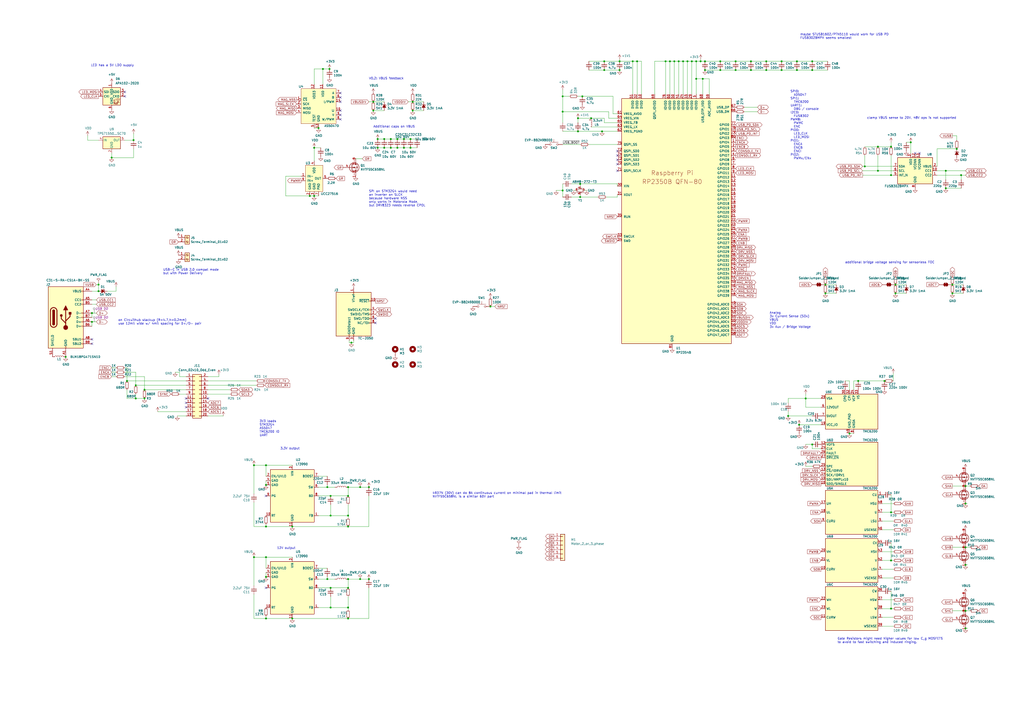
<source format=kicad_sch>
(kicad_sch (version 20231120) (generator "eeschema") (generator_version "8.0")
  (paper "A2")
  (title_block (title "smol-servo-tmc6200") (date "2022-12-18") (rev "V0.7.0") (company "InRobCo"))
  (junction (at 417.83 35.56))
  (junction (at 408.94 35.56))
  (junction (at 359.41 40.64))
  (junction (at 453.39 40.64))
  (junction (at 337.82 55.88))
  (junction (at 179.705 113.665))
  (junction (at 509.27 85.09))
  (junction (at 154.305 269.875))
  (junction (at 201.93 299.085))
  (junction (at 560.07 281.94))
  (junction (at 226.695 80.645))
  (junction (at 203.835 198.755))
  (junction (at 407.67 45.72))
  (junction (at 513.08 220.98))
  (junction (at 519.43 170.18))
  (junction (at 335.28 68.58))
  (junction (at 426.72 35.56))
  (junction (at 284.48 177.8))
  (junction (at 552.45 165.1))
  (junction (at 78.74 231.14))
  (junction (at 403.86 35.56))
  (junction (at 154.305 358.775))
  (junction (at 201.93 335.915))
  (junction (at 77.47 81.28))
  (junction (at 557.53 101.6))
  (junction (at 83.82 231.14))
  (junction (at 492.76 251.46))
  (junction (at 189.865 282.575))
  (junction (at 444.5 40.64))
  (junction (at 386.08 35.56))
  (junction (at 471.17 35.56))
  (junction (at 336.55 114.3))
  (junction (at 219.075 80.645))
  (junction (at 191.77 299.085))
  (junction (at 191.77 287.655))
  (junction (at 64.77 91.44))
  (junction (at 201.93 352.425))
  (junction (at 528.32 82.55))
  (junction (at 238.125 85.725))
  (junction (at 182.245 113.665))
  (junction (at 78.74 223.52))
  (junction (at 189.865 335.915))
  (junction (at 417.83 40.64))
  (junction (at 230.505 85.725))
  (junction (at 38.1 207.01))
  (junction (at 154.305 323.215))
  (junction (at 326.39 110.49))
  (junction (at 222.885 85.725))
  (junction (at 201.93 305.435))
  (junction (at 208.915 335.915))
  (junction (at 83.82 226.06))
  (junction (at 478.79 165.1))
  (junction (at 238.125 80.645))
  (junction (at 147.32 269.875))
  (junction (at 239.395 59.055))
  (junction (at 326.39 55.88))
  (junction (at 335.28 76.2))
  (junction (at 453.39 35.56))
  (junction (at 393.7 35.56))
  (junction (at 501.65 96.52))
  (junction (at 369.57 35.56))
  (junction (at 213.995 282.575))
  (junction (at 398.78 35.56))
  (junction (at 548.64 109.22))
  (junction (at 554.99 86.36))
  (junction (at 234.315 85.725))
  (junction (at 226.695 85.725))
  (junction (at 359.41 35.56))
  (junction (at 462.28 40.64))
  (junction (at 516.89 353.06))
  (junction (at 403.86 45.72))
  (junction (at 560.07 317.5))
  (junction (at 426.72 40.64))
  (junction (at 471.17 257.81))
  (junction (at 516.89 85.09))
  (junction (at 435.61 35.56))
  (junction (at 154.305 305.435))
  (junction (at 401.32 35.56))
  (junction (at 154.305 281.305))
  (junction (at 191.77 352.425))
  (junction (at 147.32 323.215))
  (junction (at 230.505 80.645))
  (junction (at 201.93 340.995))
  (junction (at 208.915 282.575))
  (junction (at 560.07 292.1))
  (junction (at 239.395 64.135))
  (junction (at 367.03 35.56))
  (junction (at 187.325 40.005))
  (junction (at 53.34 181.61))
  (junction (at 471.17 40.64))
  (junction (at 350.52 40.64))
  (junction (at 213.995 335.915))
  (junction (at 560.07 327.66))
  (junction (at 509.27 99.06))
  (junction (at 457.2 241.3))
  (junction (at 57.15 168.91))
  (junction (at 326.39 64.77))
  (junction (at 396.24 35.56))
  (junction (at 497.84 220.98))
  (junction (at 462.28 35.56))
  (junction (at 201.93 282.575))
  (junction (at 53.34 186.69))
  (junction (at 201.93 287.655))
  (junction (at 552.45 170.18))
  (junction (at 349.25 76.2))
  (junction (at 216.535 59.055))
  (junction (at 444.5 35.56))
  (junction (at 182.245 85.725))
  (junction (at 336.55 106.68))
  (junction (at 191.77 340.995))
  (junction (at 463.55 246.38))
  (junction (at 406.4 35.56))
  (junction (at 516.89 325.12))
  (junction (at 467.36 231.14))
  (junction (at 201.93 358.775))
  (junction (at 57.15 165.1))
  (junction (at 516.89 101.6))
  (junction (at 184.785 74.295))
  (junction (at 388.62 35.56))
  (junction (at 548.64 99.06))
  (junction (at 234.315 80.645))
  (junction (at 216.535 64.135))
  (junction (at 435.61 40.64))
  (junction (at 408.94 40.64))
  (junction (at 219.075 85.725))
  (junction (at 222.885 80.645))
  (junction (at 560.07 364.49))
  (junction (at 519.43 165.1))
  (junction (at 342.9 68.58))
  (junction (at 73.66 220.98))
  (junction (at 169.545 305.435))
  (junction (at 478.79 170.18))
  (junction (at 350.52 35.56))
  (junction (at 154.305 334.645))
  (junction (at 391.16 35.56))
  (junction (at 191.135 40.005))
  (junction (at 560.07 354.33))
  (junction (at 169.545 358.775))
  (junction (at 516.89 297.18))
  (no_connect (at 197.485 53.975))
  (no_connect (at 197.485 64.135))
  (no_connect (at 358.14 87.63))
  (no_connect (at 358.14 99.06))
  (no_connect (at 217.805 187.325))
  (no_connect (at 53.34 199.39))
  (no_connect (at 154.305 287.655))
  (no_connect (at 154.305 340.995))
  (no_connect (at 107.95 231.14))
  (no_connect (at 197.485 66.675))
  (no_connect (at 533.4 88.9))
  (no_connect (at 72.39 55.88))
  (no_connect (at 107.95 233.68))
  (no_connect (at 107.95 236.22))
  (no_connect (at 530.86 88.9))
  (no_connect (at 197.485 69.215))
  (no_connect (at 358.14 90.17))
  (no_connect (at 120.65 231.14))
  (no_connect (at 53.34 196.85))
  (no_connect (at 197.485 56.515))
  (no_connect (at 197.485 59.055))
  (no_connect (at 72.39 53.34))
  (no_connect (at 217.805 184.785))
  (no_connect (at 358.14 92.71))
  (no_connect (at 358.14 95.25))
  (wire (pts (xy 411.48 54.61) (xy 411.48 45.72)))
  (wire (pts (xy 205.105 198.755) (xy 205.105 197.485)))
  (wire (pts (xy 234.315 85.725) (xy 238.125 85.725)))
  (wire (pts (xy 500.38 99.06) (xy 509.27 99.06)))
  (wire (pts (xy 169.545 358.775) (xy 201.93 358.775)))
  (wire (pts (xy 453.39 35.56) (xy 462.28 35.56)))
  (wire (pts (xy 393.7 54.61) (xy 393.7 35.56)))
  (wire (pts (xy 64.77 215.9) (xy 67.31 215.9)))
  (wire (pts (xy 560.07 101.6) (xy 557.53 101.6)))
  (wire (pts (xy 169.545 305.435) (xy 154.305 305.435)))
  (wire (pts (xy 476.25 236.22) (xy 467.36 236.22)))
  (wire (pts (xy 497.84 220.98) (xy 513.08 220.98)))
  (wire (pts (xy 341.63 83.82) (xy 358.14 83.82)))
  (wire (pts (xy 358.14 71.12) (xy 350.52 71.12)))
  (wire (pts (xy 372.11 35.56) (xy 369.57 35.56)))
  (wire (pts (xy 516.89 101.6) (xy 518.16 101.6)))
  (wire (pts (xy 386.08 54.61) (xy 386.08 35.56)))
  (wire (pts (xy 191.77 299.085) (xy 201.93 299.085)))
  (wire (pts (xy 120.65 218.44) (xy 127 218.44)))
  (wire (pts (xy 239.395 64.135) (xy 245.745 64.135)))
  (wire (pts (xy 201.93 282.575) (xy 201.93 287.655)))
  (wire (pts (xy 492.76 220.98) (xy 492.76 226.06)))
  (wire (pts (xy 331.47 114.3) (xy 336.55 114.3)))
  (wire (pts (xy 403.86 35.56) (xy 403.86 45.72)))
  (wire (pts (xy 201.93 346.075) (xy 201.93 352.425)))
  (wire (pts (xy 50.8 81.28) (xy 50.8 78.74)))
  (wire (pts (xy 326.39 55.88) (xy 326.39 52.07)))
  (wire (pts (xy 511.81 325.12) (xy 516.89 325.12)))
  (wire (pts (xy 462.28 35.56) (xy 471.17 35.56)))
  (wire (pts (xy 391.16 35.56) (xy 393.7 35.56)))
  (wire (pts (xy 558.8 165.1) (xy 552.45 165.1)))
  (wire (pts (xy 485.14 165.1) (xy 478.79 165.1)))
  (wire (pts (xy 548.64 109.22) (xy 557.53 109.22)))
  (wire (pts (xy 386.08 35.56) (xy 388.62 35.56)))
  (wire (pts (xy 238.125 80.645) (xy 241.935 80.645)))
  (wire (pts (xy 219.075 80.645) (xy 222.885 80.645)))
  (wire (pts (xy 462.28 40.64) (xy 471.17 40.64)))
  (wire (pts (xy 406.4 34.29) (xy 406.4 35.56)))
  (wire (pts (xy 525.78 165.1) (xy 519.43 165.1)))
  (wire (pts (xy 127 217.17) (xy 127 218.44)))
  (wire (pts (xy 226.695 85.725) (xy 230.505 85.725)))
  (wire (pts (xy 182.245 85.725) (xy 186.055 85.725)))
  (wire (pts (xy 73.66 220.98) (xy 107.95 220.98)))
  (wire (pts (xy 335.28 76.2) (xy 349.25 76.2)))
  (wire (pts (xy 101.6 215.9) (xy 104.14 215.9)))
  (wire (pts (xy 184.785 352.425) (xy 191.77 352.425)))
  (wire (pts (xy 562.61 317.5) (xy 560.07 317.5)))
  (wire (pts (xy 552.45 281.94) (xy 560.07 281.94)))
  (wire (pts (xy 457.2 231.14) (xy 467.36 231.14)))
  (wire (pts (xy 230.505 80.645) (xy 234.315 80.645)))
  (wire (pts (xy 184.785 113.665) (xy 182.245 113.665)))
  (wire (pts (xy 396.24 35.56) (xy 398.78 35.56)))
  (wire (pts (xy 201.93 305.435) (xy 213.995 305.435)))
  (wire (pts (xy 471.17 35.56) (xy 480.06 35.56)))
  (wire (pts (xy 339.09 110.49) (xy 340.36 110.49)))
  (wire (pts (xy 379.73 35.56) (xy 386.08 35.56)))
  (wire (pts (xy 67.31 166.37) (xy 67.31 168.91)))
  (wire (pts (xy 336.55 106.68) (xy 336.55 107.95)))
  (wire (pts (xy 548.64 99.06) (xy 543.56 99.06)))
  (wire (pts (xy 471.17 260.35) (xy 476.25 260.35)))
  (wire (pts (xy 191.135 40.005) (xy 187.325 40.005)))
  (wire (pts (xy 407.67 54.61) (xy 407.67 45.72)))
  (wire (pts (xy 457.2 238.76) (xy 457.2 241.3)))
  (wire (pts (xy 184.785 74.295) (xy 182.245 74.295)))
  (wire (pts (xy 78.74 223.52) (xy 107.95 223.52)))
  (wire (pts (xy 511.81 335.28) (xy 518.16 335.28)))
  (wire (pts (xy 222.885 59.055) (xy 216.535 59.055)))
  (wire (pts (xy 326.39 76.2) (xy 335.28 76.2)))
  (wire (pts (xy 78.74 215.9) (xy 78.74 223.52)))
  (wire (pts (xy 165.735 102.235) (xy 165.735 113.665)))
  (wire (pts (xy 342.9 68.58) (xy 350.52 68.58)))
  (wire (pts (xy 552.45 354.33) (xy 560.07 354.33)))
  (wire (pts (xy 222.885 85.725) (xy 219.075 85.725)))
  (wire (pts (xy 147.32 291.465) (xy 147.32 305.435)))
  (wire (pts (xy 467.36 270.51) (xy 471.17 270.51)))
  (wire (pts (xy 201.93 292.735) (xy 201.93 299.085)))
  (wire (pts (xy 120.65 228.6) (xy 133.35 228.6)))
  (wire (pts (xy 57.15 163.83) (xy 57.15 165.1)))
  (wire (pts (xy 490.22 220.98) (xy 492.76 220.98)))
  (wire (pts (xy 516.89 287.02) (xy 516.89 297.18)))
  (wire (pts (xy 478.79 170.18) (xy 485.14 170.18)))
  (wire (pts (xy 401.32 35.56) (xy 403.86 35.56)))
  (wire (pts (xy 500.38 101.6) (xy 516.89 101.6)))
  (wire (pts (xy 230.505 85.725) (xy 234.315 85.725)))
  (wire (pts (xy 213.995 59.055) (xy 216.535 59.055)))
  (wire (pts (xy 104.14 218.44) (xy 107.95 218.44)))
  (wire (pts (xy 78.74 228.6) (xy 78.74 231.14)))
  (wire (pts (xy 516.89 90.17) (xy 516.89 101.6)))
  (wire (pts (xy 341.63 40.64) (xy 350.52 40.64)))
  (wire (pts (xy 147.32 344.805) (xy 147.32 358.775)))
  (wire (pts (xy 184.785 335.915) (xy 189.865 335.915)))
  (wire (pts (xy 398.78 35.56) (xy 401.32 35.56)))
  (wire (pts (xy 516.89 325.12) (xy 518.16 325.12)))
  (wire (pts (xy 426.72 35.56) (xy 435.61 35.56)))
  (wire (pts (xy 148.59 220.98) (xy 120.65 220.98)))
  (wire (pts (xy 238.125 85.725) (xy 241.935 85.725)))
  (wire (pts (xy 201.93 335.915) (xy 208.915 335.915)))
  (wire (pts (xy 191.77 340.995) (xy 201.93 340.995)))
  (wire (pts (xy 83.82 226.06) (xy 83.82 218.44)))
  (wire (pts (xy 330.2 55.88) (xy 326.39 55.88)))
  (wire (pts (xy 222.885 80.645) (xy 226.695 80.645)))
  (wire (pts (xy 184.785 287.655) (xy 191.77 287.655)))
  (wire (pts (xy 332.74 110.49) (xy 334.01 110.49)))
  (wire (pts (xy 401.32 54.61) (xy 401.32 35.56)))
  (wire (pts (xy 154.305 305.435) (xy 154.305 304.165)))
  (wire (pts (xy 213.995 340.995) (xy 213.995 358.775)))
  (wire (pts (xy 495.3 220.98) (xy 495.3 226.06)))
  (wire (pts (xy 528.32 82.55) (xy 528.32 88.9)))
  (wire (pts (xy 154.305 332.105) (xy 154.305 334.645)))
  (wire (pts (xy 511.81 292.1) (xy 518.16 292.1)))
  (wire (pts (xy 201.93 299.085) (xy 201.93 300.355)))
  (wire (pts (xy 64.77 218.44) (xy 67.31 218.44)))
  (wire (pts (xy 208.915 335.915) (xy 213.995 335.915)))
  (wire (pts (xy 335.28 55.88) (xy 337.82 55.88)))
  (wire (pts (xy 284.48 177.8) (xy 287.02 177.8)))
  (wire (pts (xy 560.07 364.49) (xy 561.34 364.49)))
  (wire (pts (xy 336.55 106.68) (xy 358.14 106.68)))
  (wire (pts (xy 213.995 287.655) (xy 213.995 305.435)))
  (wire (pts (xy 189.865 334.645) (xy 189.865 335.915)))
  (wire (pts (xy 191.77 287.655) (xy 201.93 287.655)))
  (wire (pts (xy 548.64 99.06) (xy 548.64 104.14)))
  (wire (pts (xy 353.06 64.77) (xy 326.39 64.77)))
  (wire (pts (xy 396.24 54.61) (xy 396.24 35.56)))
  (wire (pts (xy 169.545 305.435) (xy 201.93 305.435)))
  (wire (pts (xy 202.565 198.755) (xy 203.835 198.755)))
  (wire (pts (xy 463.55 246.38) (xy 476.25 246.38)))
  (wire (pts (xy 467.36 228.6) (xy 467.36 231.14)))
  (wire (pts (xy 516.89 82.55) (xy 516.89 85.09)))
  (wire (pts (xy 174.625 102.235) (xy 165.735 102.235)))
  (wire (pts (xy 184.785 282.575) (xy 189.865 282.575)))
  (wire (pts (xy 148.59 223.52) (xy 120.65 223.52)))
  (wire (pts (xy 182.245 40.005) (xy 187.325 40.005)))
  (wire (pts (xy 184.785 299.085) (xy 191.77 299.085)))
  (wire (pts (xy 467.36 236.22) (xy 467.36 231.14)))
  (wire (pts (xy 216.535 64.135) (xy 222.885 64.135)))
  (wire (pts (xy 557.53 101.6) (xy 557.53 104.14)))
  (wire (pts (xy 154.305 278.765) (xy 154.305 281.305)))
  (wire (pts (xy 77.47 81.28) (xy 77.47 77.47)))
  (wire (pts (xy 554.99 78.74) (xy 554.99 81.28)))
  (wire (pts (xy 406.4 35.56) (xy 408.94 35.56)))
  (wire (pts (xy 369.57 35.56) (xy 367.03 35.56)))
  (wire (pts (xy 426.72 40.64) (xy 435.61 40.64)))
  (wire (pts (xy 154.305 269.875) (xy 154.305 276.225)))
  (wire (pts (xy 104.14 215.9) (xy 104.14 218.44)))
  (wire (pts (xy 457.2 231.14) (xy 457.2 233.68)))
  (wire (pts (xy 189.865 282.575) (xy 194.31 282.575)))
  (wire (pts (xy 202.565 197.485) (xy 202.565 198.755)))
  (wire (pts (xy 408.94 40.64) (xy 417.83 40.64)))
  (wire (pts (xy 234.315 80.645) (xy 238.125 80.645)))
  (wire (pts (xy 358.14 66.04) (xy 355.6 66.04)))
  (wire (pts (xy 511.81 330.2) (xy 518.16 330.2)))
  (wire (pts (xy 331.47 106.68) (xy 336.55 106.68)))
  (wire (pts (xy 353.06 68.58) (xy 353.06 64.77)))
  (wire (pts (xy 435.61 35.56) (xy 444.5 35.56)))
  (wire (pts (xy 147.32 305.435) (xy 154.305 305.435)))
  (wire (pts (xy 53.34 176.53) (xy 55.88 176.53)))
  (wire (pts (xy 516.89 314.96) (xy 516.89 325.12)))
  (wire (pts (xy 516.89 353.06) (xy 518.16 353.06)))
  (wire (pts (xy 64.77 88.9) (xy 64.77 91.44)))
  (wire (pts (xy 326.39 110.49) (xy 326.39 114.3)))
  (wire (pts (xy 511.81 307.34) (xy 518.16 307.34)))
  (wire (pts (xy 552.45 317.5) (xy 560.07 317.5)))
  (wire (pts (xy 191.77 352.425) (xy 201.93 352.425)))
  (wire (pts (xy 557.53 101.6) (xy 543.56 101.6)))
  (wire (pts (xy 72.39 81.28) (xy 77.47 81.28)))
  (wire (pts (xy 222.885 85.725) (xy 226.695 85.725)))
  (wire (pts (xy 355.6 66.04) (xy 355.6 55.88)))
  (wire (pts (xy 439.42 64.77) (xy 431.8 64.77)))
  (wire (pts (xy 509.27 85.09) (xy 516.89 85.09)))
  (wire (pts (xy 67.31 168.91) (xy 62.23 168.91)))
  (wire (pts (xy 403.86 35.56) (xy 406.4 35.56)))
  (wire (pts (xy 355.6 55.88) (xy 337.82 55.88)))
  (wire (pts (xy 184.785 340.995) (xy 191.77 340.995)))
  (wire (pts (xy 335.28 68.58) (xy 342.9 68.58)))
  (wire (pts (xy 184.785 276.225) (xy 189.865 276.225)))
  (wire (pts (xy 453.39 40.64) (xy 462.28 40.64)))
  (wire (pts (xy 201.93 358.775) (xy 213.995 358.775)))
  (wire (pts (xy 350.52 40.64) (xy 359.41 40.64)))
  (wire (pts (xy 359.41 34.29) (xy 359.41 35.56)))
  (wire (pts (xy 326.39 83.82) (xy 336.55 83.82)))
  (wire (pts (xy 444.5 40.64) (xy 453.39 40.64)))
  (wire (pts (xy 72.39 215.9) (xy 78.74 215.9)))
  (wire (pts (xy 336.55 114.3) (xy 346.71 114.3)))
  (wire (pts (xy 471.17 257.81) (xy 471.17 260.35)))
  (wire (pts (xy 511.81 358.14) (xy 518.16 358.14)))
  (wire (pts (xy 73.66 213.36) (xy 73.66 220.98)))
  (wire (pts (xy 189.865 281.305) (xy 189.865 282.575)))
  (wire (pts (xy 154.305 269.875) (xy 169.545 269.875)))
  (wire (pts (xy 372.11 54.61) (xy 372.11 35.56)))
  (wire (pts (xy 500.38 96.52) (xy 501.65 96.52)))
  (wire (pts (xy 509.27 99.06) (xy 518.16 99.06)))
  (wire (pts (xy 147.32 339.725) (xy 147.32 323.215)))
  (wire (pts (xy 560.07 354.33) (xy 562.61 354.33)))
  (wire (pts (xy 64.77 213.36) (xy 67.31 213.36)))
  (wire (pts (xy 439.42 62.23) (xy 431.8 62.23)))
  (wire (pts (xy 210.185 92.075) (xy 206.375 92.075)))
  (wire (pts (xy 511.81 297.18) (xy 516.89 297.18)))
  (wire (pts (xy 57.15 165.1) (xy 57.15 168.91)))
  (wire (pts (xy 78.74 231.14) (xy 83.82 231.14)))
  (wire (pts (xy 120.65 241.3) (xy 129.54 241.3)))
  (wire (pts (xy 501.65 90.17) (xy 501.65 96.52)))
  (wire (pts (xy 358.14 114.3) (xy 358.14 113.03)))
  (wire (pts (xy 326.39 64.77) (xy 326.39 71.12)))
  (wire (pts (xy 322.58 110.49) (xy 326.39 110.49)))
  (wire (pts (xy 408.94 35.56) (xy 417.83 35.56)))
  (wire (pts (xy 403.86 45.72) (xy 403.86 54.61)))
  (wire (pts (xy 169.545 358.775) (xy 154.305 358.775)))
  (wire (pts (xy 367.03 35.56) (xy 359.41 35.56)))
  (wire (pts (xy 201.93 352.425) (xy 201.93 353.695)))
  (wire (pts (xy 350.52 35.56) (xy 359.41 35.56)))
  (wire (pts (xy 350.52 71.12) (xy 350.52 68.58)))
  (wire (pts (xy 120.65 226.06) (xy 133.35 226.06)))
  (wire (pts (xy 511.81 302.26) (xy 518.16 302.26)))
  (wire (pts (xy 53.34 181.61) (xy 53.34 184.15)))
  (wire (pts (xy 73.66 226.06) (xy 73.66 231.14)))
  (wire (pts (xy 391.16 54.61) (xy 391.16 35.56)))
  (wire (pts (xy 189.865 335.915) (xy 194.31 335.915)))
  (wire (pts (xy 191.77 292.735) (xy 191.77 299.085)))
  (wire (pts (xy 511.81 347.98) (xy 518.16 347.98)))
  (wire (pts (xy 457.2 241.3) (xy 471.17 241.3)))
  (wire (pts (xy 50.8 81.28) (xy 57.15 81.28)))
  (wire (pts (xy 367.03 54.61) (xy 367.03 35.56)))
  (wire (pts (xy 245.745 59.055) (xy 239.395 59.055)))
  (wire (pts (xy 72.39 213.36) (xy 73.66 213.36)))
  (wire (pts (xy 492.76 251.46) (xy 495.3 251.46)))
  (wire (pts (xy 349.25 76.2) (xy 358.14 76.2)))
  (wire (pts (xy 73.66 231.14) (xy 78.74 231.14)))
  (wire (pts (xy 516.89 297.18) (xy 518.16 297.18)))
  (wire (pts (xy 388.62 54.61) (xy 388.62 35.56)))
  (wire (pts (xy 55.88 165.1) (xy 57.15 165.1)))
  (wire (pts (xy 179.705 113.665) (xy 182.245 113.665)))
  (wire (pts (xy 201.93 282.575) (xy 208.915 282.575)))
  (wire (pts (xy 147.32 286.385) (xy 147.32 269.875)))
  (wire (pts (xy 417.83 40.64) (xy 426.72 40.64)))
  (wire (pts (xy 543.56 86.36) (xy 543.56 96.52)))
  (wire (pts (xy 72.39 218.44) (xy 83.82 218.44)))
  (wire (pts (xy 501.65 96.52) (xy 518.16 96.52)))
  (wire (pts (xy 326.39 106.68) (xy 326.39 110.49)))
  (wire (pts (xy 379.73 54.61) (xy 379.73 35.56)))
  (wire (pts (xy 201.93 335.915) (xy 201.93 340.995)))
  (wire (pts (xy 518.16 216.535) (xy 518.16 220.98)))
  (wire (pts (xy 388.62 35.56) (xy 391.16 35.56)))
  (wire (pts (xy 560.07 327.66) (xy 561.34 327.66)))
  (wire (pts (xy 467.36 257.81) (xy 471.17 257.81)))
  (wire (pts (xy 407.67 45.72) (xy 403.86 45.72)))
  (wire (pts (xy 519.43 170.18) (xy 525.78 170.18)))
  (wire (pts (xy 552.45 170.18) (xy 558.8 170.18)))
  (wire (pts (xy 77.47 86.36) (xy 77.47 91.44)))
  (wire (pts (xy 358.14 106.68) (xy 358.14 107.95)))
  (wire (pts (xy 516.89 342.9) (xy 516.89 353.06)))
  (wire (pts (xy 511.81 363.22) (xy 518.16 363.22)))
  (wire (pts (xy 184.785 329.565) (xy 189.865 329.565)))
  (wire (pts (xy 411.48 45.72) (xy 407.67 45.72)))
  (wire (pts (xy 226.695 80.645) (xy 230.505 80.645)))
  (wire (pts (xy 335.28 68.58) (xy 335.28 71.12)))
  (wire (pts (xy 341.63 35.56) (xy 350.52 35.56)))
  (wire (pts (xy 560.07 99.06) (xy 548.64 99.06)))
  (wire (pts (xy 53.34 173.99) (xy 55.88 173.99)))
  (wire (pts (xy 147.32 269.875) (xy 154.305 269.875)))
  (wire (pts (xy 501.65 85.09) (xy 509.27 85.09)))
  (wire (pts (xy 203.835 198.755) (xy 205.105 198.755)))
  (wire (pts (xy 369.57 54.61) (xy 369.57 35.56)))
  (wire (pts (xy 53.34 181.61) (xy 55.88 181.61)))
  (wire (pts (xy 154.305 323.215) (xy 154.305 329.565)))
  (wire (pts (xy 53.34 186.69) (xy 55.88 186.69)))
  (wire (pts (xy 444.5 35.56) (xy 453.39 35.56)))
  (wire (pts (xy 187.325 40.005) (xy 187.325 48.895)))
  (wire (pts (xy 435.61 40.64) (xy 444.5 40.64)))
  (wire (pts (xy 191.77 346.075) (xy 191.77 352.425)))
  (wire (pts (xy 182.245 48.895) (xy 182.245 40.005)))
  (wire (pts (xy 208.915 282.575) (xy 213.995 282.575)))
  (wire (pts (xy 102.87 241.3) (xy 107.95 241.3)))
  (wire (pts (xy 511.81 320.04) (xy 518.16 320.04)))
  (wire (pts (xy 182.245 85.725) (xy 182.245 93.345)))
  (wire (pts (xy 53.34 186.69) (xy 53.34 189.23)))
  (wire (pts (xy 398.78 54.61) (xy 398.78 35.56)))
  (wire (pts (xy 147.32 358.775) (xy 154.305 358.775)))
  (wire (pts (xy 497.84 220.98) (xy 495.3 220.98)))
  (wire (pts (xy 561.34 292.1) (xy 560.07 292.1)))
  (wire (pts (xy 543.56 86.36) (xy 554.99 86.36)))
  (wire (pts (xy 91.44 238.76) (xy 107.95 238.76)))
  (wire (pts (xy 326.39 55.88) (xy 326.39 64.77)))
  (wire (pts (xy 154.305 358.775) (xy 154.305 357.505)))
  (wire (pts (xy 525.78 82.55) (xy 528.32 82.55)))
  (wire (pts (xy 562.61 281.94) (xy 560.07 281.94)))
  (wire (pts (xy 552.45 78.74) (xy 554.99 78.74)))
  (wire (pts (xy 342.9 73.66) (xy 358.14 73.66)))
  (wire (pts (xy 336.55 114.3) (xy 336.55 113.03)))
  (wire (pts (xy 165.735 113.665) (xy 179.705 113.665)))
  (wire (pts (xy 351.79 114.3) (xy 358.14 114.3)))
  (wire (pts (xy 83.82 226.06) (xy 107.95 226.06)))
  (wire (pts (xy 236.855 59.055) (xy 239.395 59.055)))
  (wire (pts (xy 417.83 35.56) (xy 426.72 35.56)))
  (wire (pts (xy 53.34 168.91) (xy 57.15 168.91)))
  (wire (pts (xy 511.81 353.06) (xy 516.89 353.06)))
  (wire (pts (xy 509.27 90.17) (xy 509.27 99.06)))
  (wire (pts (xy 471.17 40.64) (xy 480.06 40.64)))
  (wire (pts (xy 104.14 228.6) (xy 107.95 228.6)))
  (wire (pts (xy 154.305 323.215) (xy 169.545 323.215)))
  (wire (pts (xy 393.7 35.56) (xy 396.24 35.56)))
  (wire (pts (xy 358.14 68.58) (xy 353.06 68.58)))
  (wire (pts (xy 147.32 323.215) (xy 154.305 323.215)))
  (wire (pts (xy 467.36 231.14) (xy 476.25 231.14)))
  (wire (pts (xy 77.47 91.44) (xy 64.77 91.44)))
  (text "3.3V output" (at 162.56 260.985 0) (effects (font (size 1.27 1.27)) (justify left bottom)))
  (text "Additional caps on VBUS" (at 216.535 74.295 0) (effects (font (size 1.27 1.27)) (justify left bottom)))
  (text "maybe STUSB1602/PTN5110 would work for USB PD\nFUSB302BMPX seems smallest" (at 464.185 22.86 0) (effects (font (size 1.27 1.27)) (justify left bottom)))
  (text "4937N (30V) can do 8A continuous current on minimal pad in thermal limit\nNVTFS5C658NL is a similar 60V part" (at 250.825 288.925 0) (effects (font (size 1.27 1.27)) (justify left bottom)))
  (text "12V output" (at 160.655 318.77 0) (effects (font (size 1.27 1.27)) (justify left bottom)))
  (text "3V3 loads\nSTM32G4\nAS5047\nTMC6200 IO\nUART" (at 150.495 253.365 0) (effects (font (size 1.27 1.27)) (justify left bottom)))
  (text "Analog\n3x Current Sense (SOx)\nVBUS\nVDD\n3x Aux / Bridge Voltage" (at 446.405 190.5 0) (effects (font (size 1.27 1.27)) (justify left bottom)))
  (text "SPI0:\n  AD5047\nSPI1:\n  TMC6200\nUART1: \n  DBG / console\nI2C0:\n  FUSB302\nPWM8:\n  PWMC\n  ENC\nPIO0:\n  LED_CLK\n  LED_MOSI\nPIO1:\n  ENCA\n  ENCB\n  ENCI\nPIO2:\n  PWMx/ENx" (at 458.47 92.71 0) (effects (font (size 1.27 1.27)) (justify left bottom)))
  (text "Gate Resistors might need higher values for low C_g MOSFETS\nto avoid to fast switching and induced ringing." (at 485.775 373.38 0) (effects (font (size 1.27 1.27)) (justify left bottom)))
  (text "V0.2: VBUS feedback" (at 213.995 46.355 0) (effects (font (size 1.27 1.27)) (justify left bottom)))
  (text "SPI on STM32G4 would need \nan inverter on SLCK\nbecause hardware NSS \nonly works in Motorola Mode,\nbut DRV8323 needs reverse CPOL" (at 213.995 120.015 0) (effects (font (size 1.27 1.27)) (justify left bottom)))
  (text "clamp VBUS sense to 20V, 48V ops is not supported" (at 502.92 69.215 0) (effects (font (size 1.27 1.27)) (justify left bottom)))
  (text "on Circuithub stackup (R=4.7,h=0.2mm)\nuse 12mil wide w/ 4mil spacing for D+/D- pair" (at 68.58 188.595 0) (effects (font (size 1.27 1.27)) (justify left bottom)))
  (text "LED has a 5V LDO supply" (at 52.705 38.735 0) (effects (font (size 1.27 1.27)) (justify left bottom)))
  (text "additional bridge voltage sensing for sensorless FOC" (at 490.22 153.035 0) (effects (font (size 1.27 1.27)) (justify left bottom)))
  (text "USB-C in USB 2.0 compat mode\nbut with Power Delivery" (at 94.615 159.385 0) (effects (font (size 1.27 1.27)) (justify left bottom)))
  (label "~{USB_BOOT}" (at 326.39 83.82 0))
  (global_label "OC" (shape output) (at 552.45 160.02 90) (property "Intersheetrefs" "${INTERSHEET_REFS}" (effects (hide yes))))
  (global_label "GLC" (shape input) (at 523.24 358.14 0) (property "Intersheetrefs" "${INTERSHEET_REFS}" (effects (hide yes))))
  (global_label "SHB" (shape output) (at 552.45 317.5 180) (property "Intersheetrefs" "${INTERSHEET_REFS}" (effects (hide yes))))
  (global_label "GHA" (shape output) (at 552.45 276.86 180) (property "Intersheetrefs" "${INTERSHEET_REFS}" (effects (hide yes))))
  (global_label "OA" (shape output) (at 478.79 160.02 90) (property "Intersheetrefs" "${INTERSHEET_REFS}" (effects (hide yes))))
  (global_label "ENCI" (shape input) (at 64.77 213.36 180) (property "Intersheetrefs" "${INTERSHEET_REFS}" (effects (hide yes))))
  (global_label "SOB" (shape output) (at 476.25 330.2 180) (property "Intersheetrefs" "${INTERSHEET_REFS}" (effects (hide yes))))
  (global_label "PWMA" (shape input) (at 426.72 133.35 0) (property "Intersheetrefs" "${INTERSHEET_REFS}" (effects (hide yes))))
  (global_label "GHC" (shape input) (at 523.24 347.98 0) (property "Intersheetrefs" "${INTERSHEET_REFS}" (effects (hide yes))))
  (global_label "SOB" (shape output) (at 426.72 179.07 0) (property "Intersheetrefs" "${INTERSHEET_REFS}" (effects (hide yes))))
  (global_label "ADC7" (shape output) (at 426.72 194.31 0) (property "Intersheetrefs" "${INTERSHEET_REFS}" (effects (hide yes))))
  (global_label "OC" (shape output) (at 321.31 321.31 180) (property "Intersheetrefs" "${INTERSHEET_REFS}" (effects (hide yes))))
  (global_label "ADC6" (shape input) (at 120.65 236.22 0) (property "Intersheetrefs" "${INTERSHEET_REFS}" (effects (hide yes))))
  (global_label "OC" (shape input) (at 567.69 354.33 0) (property "Intersheetrefs" "${INTERSHEET_REFS}" (effects (hide yes))))
  (global_label "ADC6" (shape output) (at 426.72 191.77 0) (property "Intersheetrefs" "${INTERSHEET_REFS}" (effects (hide yes))))
  (global_label "VDDDIV" (shape output) (at 426.72 186.69 0) (property "Intersheetrefs" "${INTERSHEET_REFS}" (effects (hide yes))))
  (global_label "LED_CLK" (shape input) (at 426.72 97.79 0) (property "Intersheetrefs" "${INTERSHEET_REFS}" (effects (hide yes))))
  (global_label "GHB" (shape input) (at 523.24 320.04 0) (property "Intersheetrefs" "${INTERSHEET_REFS}" (effects (hide yes))))
  (global_label "PWMR" (shape input) (at 426.72 128.27 0) (property "Intersheetrefs" "${INTERSHEET_REFS}" (effects (hide yes))))
  (global_label "USB_PD_SDA" (shape bidirectional) (at 426.72 72.39 0) (property "Intersheetrefs" "${INTERSHEET_REFS}" (effects (hide yes))))
  (global_label "LED_MOSI" (shape output) (at 57.15 53.34 180) (property "Intersheetrefs" "${INTERSHEET_REFS}" (effects (hide yes))))
  (global_label "OB" (shape output) (at 321.31 318.77 180) (property "Intersheetrefs" "${INTERSHEET_REFS}" (effects (hide yes))))
  (global_label "MAG_SLCK" (shape input) (at 426.72 168.91 0) (property "Intersheetrefs" "${INTERSHEET_REFS}" (effects (hide yes))))
  (global_label "GLC" (shape output) (at 552.45 359.41 180) (property "Intersheetrefs" "${INTERSHEET_REFS}" (effects (hide yes))))
  (global_label "GHB" (shape output) (at 552.45 312.42 180) (property "Intersheetrefs" "${INTERSHEET_REFS}" (effects (hide yes))))
  (global_label "SWCLK" (shape input) (at 217.805 179.705 0) (property "Intersheetrefs" "${INTERSHEET_REFS}" (effects (hide yes))))
  (global_label "GLB" (shape input) (at 523.24 330.2 0) (property "Intersheetrefs" "${INTERSHEET_REFS}" (effects (hide yes))))
  (global_label "VBUSDIV" (shape output) (at 426.72 184.15 0) (property "Intersheetrefs" "${INTERSHEET_REFS}" (effects (hide yes))))
  (global_label "DRV_MISO" (shape output) (at 476.25 280.67 180) (property "Intersheetrefs" "${INTERSHEET_REFS}" (effects (hide yes))))
  (global_label "NRST" (shape input) (at 287.02 177.8 0) (property "Intersheetrefs" "${INTERSHEET_REFS}" (effects (hide yes))))
  (global_label "USB_CC2" (shape bidirectional) (at 560.07 101.6 0) (property "Intersheetrefs" "${INTERSHEET_REFS}" (effects (hide yes))))
  (global_label "USB_PD_SCL" (shape output) (at 426.72 74.93 0) (property "Intersheetrefs" "${INTERSHEET_REFS}" (effects (hide yes))))
  (global_label "DRV_NSS" (shape input) (at 476.25 273.05 180) (property "Intersheetrefs" "${INTERSHEET_REFS}" (effects (hide yes))))
  (global_label "ENCB" (shape output) (at 426.72 85.09 0) (property "Intersheetrefs" "${INTERSHEET_REFS}" (effects (hide yes))))
  (global_label "ENC" (shape input) (at 476.25 353.06 180) (property "Intersheetrefs" "${INTERSHEET_REFS}" (effects (hide yes))))
  (global_label "PWMB" (shape input) (at 476.25 320.04 180) (property "Intersheetrefs" "${INTERSHEET_REFS}" (effects (hide yes))))
  (global_label "MAG_MOSI" (shape input) (at 426.72 171.45 0) (property "Intersheetrefs" "${INTERSHEET_REFS}" (effects (hide yes))))
  (global_label "USB_CC1" (shape input) (at 55.88 173.99 0) (property "Intersheetrefs" "${INTERSHEET_REFS}" (effects (hide yes))))
  (global_label "PWMC" (shape input) (at 476.25 347.98 180) (property "Intersheetrefs" "${INTERSHEET_REFS}" (effects (hide yes))))
  (global_label "PWMR" (shape output) (at 174.625 104.775 180) (property "Intersheetrefs" "${INTERSHEET_REFS}" (effects (hide yes))))
  (global_label "OC" (shape output) (at 321.31 323.85 180) (property "Intersheetrefs" "${INTERSHEET_REFS}" (effects (hide yes))))
  (global_label "SHA" (shape output) (at 552.45 281.94 180) (property "Intersheetrefs" "${INTERSHEET_REFS}" (effects (hide yes))))
  (global_label "VDDDIV" (shape input) (at 236.855 59.055 180) (property "Intersheetrefs" "${INTERSHEET_REFS}" (effects (hide yes))))
  (global_label "DRV_SLCK" (shape input) (at 426.72 148.59 0) (property "Intersheetrefs" "${INTERSHEET_REFS}" (effects (hide yes))))
  (global_label "MAG_MISO" (shape output) (at 426.72 163.83 0) (property "Intersheetrefs" "${INTERSHEET_REFS}" (effects (hide yes))))
  (global_label "CONSOLE_TX" (shape input) (at 426.72 87.63 0) (property "Intersheetrefs" "${INTERSHEET_REFS}" (effects (hide yes))))
  (global_label "USB_CC1" (shape bidirectional) (at 560.07 99.06 0) (property "Intersheetrefs" "${INTERSHEET_REFS}" (effects (hide yes))))
  (global_label "D+" (shape bidirectional) (at 439.42 62.23 0) (property "Intersheetrefs" "${INTERSHEET_REFS}" (effects (hide yes))))
  (global_label "OR" (shape input) (at 210.185 92.075 0) (property "Intersheetrefs" "${INTERSHEET_REFS}" (effects (hide yes))))
  (global_label "GHA" (shape input) (at 523.24 292.1 0) (property "Intersheetrefs" "${INTERSHEET_REFS}" (effects (hide yes))))
  (global_label "PWMC" (shape input) (at 426.72 153.67 0) (property "Intersheetrefs" "${INTERSHEET_REFS}" (effects (hide yes))))
  (global_label "MAG_NSS" (shape input) (at 426.72 166.37 0) (property "Intersheetrefs" "${INTERSHEET_REFS}" (effects (hide yes))))
  (global_label "DRVEN" (shape input) (at 426.72 161.29 0) (property "Intersheetrefs" "${INTERSHEET_REFS}" (effects (hide yes))))
  (global_label "ENA" (shape input) (at 476.25 297.18 180) (property "Intersheetrefs" "${INTERSHEET_REFS}" (effects (hide yes))))
  (global_label "PWMA" (shape input) (at 476.25 292.1 180) (property "Intersheetrefs" "${INTERSHEET_REFS}" (effects (hide yes))))
  (global_label "CONSOLE_RX" (shape output) (at 426.72 90.17 0) (property "Intersheetrefs" "${INTERSHEET_REFS}" (effects (hide yes))))
  (global_label "ENCI" (shape output) (at 426.72 80.01 0) (property "Intersheetrefs" "${INTERSHEET_REFS}" (effects (hide yes))))
  (global_label "MAG_SLCK" (shape input) (at 172.085 60.325 180) (property "Intersheetrefs" "${INTERSHEET_REFS}" (effects (hide yes))))
  (global_label "ADC7" (shape input) (at 544.83 165.1 180) (property "Intersheetrefs" "${INTERSHEET_REFS}" (effects (hide yes))))
  (global_label "OB" (shape input) (at 523.24 335.28 0) (property "Intersheetrefs" "${INTERSHEET_REFS}" (effects (hide yes))))
  (global_label "GLB" (shape output) (at 552.45 322.58 180) (property "Intersheetrefs" "${INTERSHEET_REFS}" (effects (hide yes))))
  (global_label "GHC" (shape output) (at 552.45 349.25 180) (property "Intersheetrefs" "${INTERSHEET_REFS}" (effects (hide yes))))
  (global_label "OA" (shape output) (at 321.31 311.15 180) (property "Intersheetrefs" "${INTERSHEET_REFS}" (effects (hide yes))))
  (global_label "ENB" (shape input) (at 476.25 325.12 180) (property "Intersheetrefs" "${INTERSHEET_REFS}" (effects (hide yes))))
  (global_label "GLA" (shape output) (at 552.45 287.02 180) (property "Intersheetrefs" "${INTERSHEET_REFS}" (effects (hide yes))))
  (global_label "ADC7" (shape input) (at 120.65 233.68 0) (property "Intersheetrefs" "${INTERSHEET_REFS}" (effects (hide yes))))
  (global_label "SHC" (shape output) (at 552.45 354.33 180) (property "Intersheetrefs" "${INTERSHEET_REFS}" (effects (hide yes))))
  (global_label "VUSB" (shape input) (at 55.88 165.1 180) (property "Intersheetrefs" "${INTERSHEET_REFS}" (effects (hide yes))))
  (global_label "USB_PD_SCL" (shape input) (at 500.38 99.06 180) (property "Intersheetrefs" "${INTERSHEET_REFS}" (effects (hide yes))))
  (global_label "DRV_MISO" (shape output) (at 426.72 143.51 0) (property "Intersheetrefs" "${INTERSHEET_REFS}" (effects (hide yes))))
  (global_label "ADC6" (shape input) (at 511.81 165.1 180) (property "Intersheetrefs" "${INTERSHEET_REFS}" (effects (hide yes))))
  (global_label "MAG_MISO" (shape output) (at 172.085 62.865 180) (property "Intersheetrefs" "${INTERSHEET_REFS}" (effects (hide yes))))
  (global_label "DRV_MOSI" (shape input) (at 426.72 151.13 0) (property "Intersheetrefs" "${INTERSHEET_REFS}" (effects (hide yes))))
  (global_label "LED_MOSI" (shape input) (at 426.72 100.33 0) (property "Intersheetrefs" "${INTERSHEET_REFS}" (effects (hide yes))))
  (global_label "NRST" (shape output) (at 217.805 174.625 0) (property "Intersheetrefs" "${INTERSHEET_REFS}" (effects (hide yes))))
  (global_label "SOA" (shape output) (at 476.25 302.26 180) (property "Intersheetrefs" "${INTERSHEET_REFS}" (effects (hide yes))))
  (global_label "SYNC" (shape input) (at 99.06 228.6 180) (property "Intersheetrefs" "${INTERSHEET_REFS}" (effects (hide yes))))
  (global_label "MAG_NSS" (shape output) (at 172.085 57.785 180) (property "Intersheetrefs" "${INTERSHEET_REFS}" (effects (hide yes))))
  (global_label "SHC" (shape input) (at 523.24 353.06 0) (property "Intersheetrefs" "${INTERSHEET_REFS}" (effects (hide yes))))
  (global_label "ADC5" (shape input) (at 120.65 238.76 0) (property "Intersheetrefs" "${INTERSHEET_REFS}" (effects (hide yes))))
  (global_label "SOC" (shape output) (at 476.25 358.14 180) (property "Intersheetrefs" "${INTERSHEET_REFS}" (effects (hide yes))))
  (global_label "LED_CLK" (shape output) (at 57.15 55.88 180) (property "Intersheetrefs" "${INTERSHEET_REFS}" (effects (hide yes))))
  (global_label "OA" (shape input) (at 523.24 307.34 0) (property "Intersheetrefs" "${INTERSHEET_REFS}" (effects (hide yes))))
  (global_label "MAG_MOSI" (shape input) (at 172.085 65.405 180) (property "Intersheetrefs" "${INTERSHEET_REFS}" (effects (hide yes))))
  (global_label "USB_CC2" (shape input) (at 55.88 176.53 0) (property "Intersheetrefs" "${INTERSHEET_REFS}" (effects (hide yes))))
  (global_label "ENCA" (shape output) (at 426.72 82.55 0) (property "Intersheetrefs" "${INTERSHEET_REFS}" (effects (hide yes))))
  (global_label "ENC" (shape input) (at 426.72 156.21 0) (property "Intersheetrefs" "${INTERSHEET_REFS}" (effects (hide yes))))
  (global_label "DRVFAULT" (shape output) (at 426.72 158.75 0) (property "Intersheetrefs" "${INTERSHEET_REFS}" (effects (hide yes))))
  (global_label "SOC" (shape output) (at 426.72 181.61 0) (property "Intersheetrefs" "${INTERSHEET_REFS}" (effects (hide yes))))
  (global_label "GR" (shape output) (at 198.755 97.155 180) (property "Intersheetrefs" "${INTERSHEET_REFS}" (effects (hide yes))))
  (global_label "USB_PD_INT" (shape output) (at 500.38 101.6 180) (property "Intersheetrefs" "${INTERSHEET_REFS}" (effects (hide yes))))
  (global_label "D+" (shape bidirectional) (at 55.88 181.61 0) (property "Intersheetrefs" "${INTERSHEET_REFS}" (effects (hide yes))))
  (global_label "SHB" (shape input) (at 523.24 325.12 0) (property "Intersheetrefs" "${INTERSHEET_REFS}" (effects (hide yes))))
  (global_label "GLA" (shape input) (at 523.24 302.26 0) (property "Intersheetrefs" "${INTERSHEET_REFS}" (effects (hide yes))))
  (global_label "OR" (shape input) (at 103.505 140.335 180) (property "Intersheetrefs" "${INTERSHEET_REFS}" (effects (hide yes))))
  (global_label "SWDIO" (shape bidirectional) (at 358.14 139.7 180) (property "Intersheetrefs" "${INTERSHEET_REFS}" (effects (hide yes))))
  (global_label "ADC5" (shape input) (at 471.17 165.1 180) (property "Intersheetrefs" "${INTERSHEET_REFS}" (effects (hide yes))))
  (global_label "OC" (shape input) (at 523.24 363.22 0) (property "Intersheetrefs" "${INTERSHEET_REFS}" (effects (hide yes))))
  (global_label "SOA" (shape output) (at 426.72 176.53 0) (property "Intersheetrefs" "${INTERSHEET_REFS}" (effects (hide yes))))
  (global_label "D-" (shape bidirectional) (at 439.42 64.77 0) (property "Intersheetrefs" "${INTERSHEET_REFS}" (effects (hide yes))))
  (global_label "SHA" (shape input) (at 523.24 297.18 0) (property "Intersheetrefs" "${INTERSHEET_REFS}" (effects (hide yes))))
  (global_label "DRV_NSS" (shape input) (at 426.72 146.05 0) (property "Intersheetrefs" "${INTERSHEET_REFS}" (effects (hide yes))))
  (global_label "ADC5" (shape output) (at 426.72 189.23 0) (property "Intersheetrefs" "${INTERSHEET_REFS}" (effects (hide yes))))
  (global_label "DRVEN" (shape output) (at 476.25 265.43 180) (property "Intersheetrefs" "${INTERSHEET_REFS}" (effects (hide yes))))
  (global_label "VUSB" (shape output) (at 552.45 78.74 180) (property "Intersheetrefs" "${INTERSHEET_REFS}" (effects (hide yes))))
  (global_label "OA" (shape input) (at 567.69 281.94 0) (property "Intersheetrefs" "${INTERSHEET_REFS}" (effects (hide yes))))
  (global_label "DRVFAULT" (shape input) (at 476.25 262.89 180) (property "Intersheetrefs" "${INTERSHEET_REFS}" (effects (hide yes))))
  (global_label "CONSOLE_RX" (shape input) (at 153.67 223.52 0) (property "Intersheetrefs" "${INTERSHEET_REFS}" (effects (hide yes))))
  (global_label "SWCLK" (shape output) (at 358.14 137.16 180) (property "Intersheetrefs" "${INTERSHEET_REFS}" (effects (hide yes))))
  (global_label "OA" (shape output) (at 321.31 313.69 180) (property "Intersheetrefs" "${INTERSHEET_REFS}" (effects (hide yes))))
  (global_label "USB_PD_INT" (shape input) (at 426.72 77.47 0) (property "Intersheetrefs" "${INTERSHEET_REFS}" (effects (hide yes))))
  (global_label "NRST" (shape input) (at 358.14 125.73 180) (property "Intersheetrefs" "${INTERSHEET_REFS}" (effects (hide yes))))
  (global_label "PWMB" (shape input) (at 426.72 138.43 0) (property "Intersheetrefs" "${INTERSHEET_REFS}" (effects (hide yes))))
  (global_label "OB" (shape input) (at 567.69 317.5 0) (property "Intersheetrefs" "${INTERSHEET_REFS}" (effects (hide yes))))
  (global_label "D-" (shape bidirectional) (at 55.88 186.69 0) (property "Intersheetrefs" "${INTERSHEET_REFS}" (effects (hide yes))))
  (global_label "DRV_SLCK" (shape input) (at 476.25 275.59 180) (property "Intersheetrefs" "${INTERSHEET_REFS}" (effects (hide yes))))
  (global_label "VBUSDIV" (shape input) (at 213.995 59.055 180) (property "Intersheetrefs" "${INTERSHEET_REFS}" (effects (hide yes))))
  (global_label "USB_PD_SDA" (shape bidirectional) (at 500.38 96.52 180) (property "Intersheetrefs" "${INTERSHEET_REFS}" (effects (hide yes))))
  (global_label "ENCB" (shape input) (at 64.77 218.44 180) (property "Intersheetrefs" "${INTERSHEET_REFS}" (effects (hide yes))))
  (global_label "GR" (shape input) (at 194.945 103.505 0) (property "Intersheetrefs" "${INTERSHEET_REFS}" (effects (hide yes))))
  (global_label "SDA3" (shape bidirectional) (at 138.43 226.06 0) (property "Intersheetrefs" "${INTERSHEET_REFS}" (effects (hide yes))))
  (global_label "OB" (shape output) (at 321.31 316.23 180) (property "Intersheetrefs" "${INTERSHEET_REFS}" (effects (hide yes))))
  (global_label "ENCA" (shape input) (at 64.77 215.9 180) (property "Intersheetrefs" "${INTERSHEET_REFS}" (effects (hide yes))))
  (global_label "SWDIO" (shape bidirectional) (at 217.805 182.245 0) (property "Intersheetrefs" "${INTERSHEET_REFS}" (effects (hide yes))))
  (global_label "ENB" (shape input) (at 426.72 140.97 0) (property "Intersheetrefs" "${INTERSHEET_REFS}" (effects (hide yes))))
  (global_label "OB" (shape output) (at 519.43 160.02 90) (property "Intersheetrefs" "${INTERSHEET_REFS}" (effects (hide yes))))
  (global_label "ENA" (shape input) (at 426.72 135.89 0) (property "Intersheetrefs" "${INTERSHEET_REFS}" (effects (hide yes))))
  (global_label "DRV_MOSI" (shape input) (at 476.25 278.13 180) (property "Intersheetrefs" "${INTERSHEET_REFS}" (effects (hide yes))))
  (global_label "CONSOLE_TX" (shape output) (at 153.67 220.98 0) (property "Intersheetrefs" "${INTERSHEET_REFS}" (effects (hide yes))))
  (global_label "SCL3" (shape bidirectional) (at 138.43 228.6 0) (property "Intersheetrefs" "${INTERSHEET_REFS}" (effects (hide yes))))
  (netclass_flag "" (length 2.54) (shape round) (at 54.61 181.61 0) (property "Netclass" "USB DD" (at 55.2196 179.07 0) (effects (font (italic yes)) (justify left))))
  (netclass_flag "" (length 2.54) (shape round) (at 54.61 186.69 0) (property "Netclass" "USB DD" (at 55.2196 184.15 0) (effects (font (italic yes)) (justify left))))
  (symbol (lib_id "stm32-nema17:AS5047D") (at 184.785 61.595 0) (unit 1)
    (property "Reference" "U4" (at 174.625 50.165 0))
    (property "Value" "AS5047D" (at 192.405 73.025 0))
    (property "Footprint" "stm32-nema17:TSSOP-14_4.4x5mm_P0.65mm-inlaid" (effects (hide yes)))
    (property "Datasheet" "https://ams.com/documents/20143/36005/AS5047D_DS000394_2-00.pdf/c7225c06-112f-82c5-4471-17a2711a7f0e" (effects (hide yes)))
    (property "MPN" "AS5047D" (effects (hide yes)))
  )
  (symbol (lib_id "Device:C_Small") (at 191.135 42.545 0) (unit 1)
    (property "Reference" "C9" (at 193.4718 41.3766 0) (effects (justify left)))
    (property "Value" "100n" (at 193.4718 43.688 0) (effects (justify left)))
    (property "Footprint" "Capacitor_SMD:C_0402_1005Metric" (effects (hide yes)))
    (property "MPN" "CC0402KRX5R8BB104" (effects (hide yes)))
  )
  (symbol (lib_id "power:GND") (at 184.785 74.295 0) (unit 1)
    (property "Reference" "#PWR029" (effects (hide yes)))
    (property "Value" "GND" (at 184.912 78.6892 0))
  )
  (symbol (lib_id "power:GND") (at 191.135 45.085 0) (unit 1)
    (property "Reference" "#PWR031" (effects (hide yes)))
    (property "Value" "GND" (at 191.262 49.4792 0))
  )
  (symbol (lib_id "power:+3.3V") (at 191.135 40.005 0) (unit 1)
    (property "Reference" "#PWR030" (effects (hide yes)))
    (property "Value" "+3V3" (at 191.516 35.6108 0))
  )
  (symbol (lib_id "Connector:USB_C_Receptacle_USB2.0") (at 38.1 184.15 0) (unit 1)
    (property "Reference" "J2" (at 27.94 165.1 0))
    (property "Value" "C31-S-RA-CS1A-BK-SS" (at 39.37 162.56 0))
    (property "Footprint" "stm32-nema17:USB_C_Receptacle_Adam_C31-S-RA-CS1X-BK" (effects (hide yes)))
    (property "Datasheet" "https://www.usb.org/sites/default/files/documents/usb_type-c.zip" (effects (hide yes)))
    (property "MPN" "C31-S-RA-CS1A-BK-SS;C31-S-RA-CS1E-BK-SS" (effects (hide yes)))
  )
  (symbol (lib_id "Connector:Conn_ARM_JTAG_SWD_10") (at 205.105 182.245 0) (unit 1) (in_bom no)
    (property "Reference" "J3" (at 196.215 168.275 0) (effects (justify right)))
    (property "Value" "TC-2050" (at 216.535 196.215 0) (effects (justify right)))
    (property "Footprint" "Connector:Tag-Connect_TC2050-IDC-NL_2x05_P1.27mm_Vertical" (effects (hide yes)))
    (property "Datasheet" "http://infocenter.arm.com/help/topic/com.arm.doc.ddi0314h/DDI0314H_coresight_components_trm.pdf" (effects (hide yes)))
  )
  (symbol (lib_id "Device:R_Small") (at 565.15 281.94 90) (unit 1)
    (property "Reference" "R9" (at 563.88 280.67 90) (effects (justify left)))
    (property "Value" "5m" (at 568.96 283.21 90) (effects (justify left)))
    (property "Footprint" "Resistor_SMD:R_1206_3216Metric" (effects (hide yes)))
    (property "MPN" "PA1206FRF7W0R005L" (effects (hide yes)))
  )
  (symbol (lib_id "Device:R_Small") (at 565.15 317.5 90) (unit 1)
    (property "Reference" "R10" (at 565.15 316.23 90) (effects (justify left)))
    (property "Value" "5m" (at 568.96 318.77 90) (effects (justify left)))
    (property "Footprint" "Resistor_SMD:R_1206_3216Metric" (effects (hide yes)))
    (property "MPN" "PA1206FRF7W0R005L" (effects (hide yes)))
  )
  (symbol (lib_id "Device:R_Small") (at 565.15 354.33 90) (unit 1)
    (property "Reference" "R11" (at 565.15 353.06 90) (effects (justify left)))
    (property "Value" "5m" (at 568.96 355.6 90) (effects (justify left)))
    (property "Footprint" "Resistor_SMD:R_1206_3216Metric" (effects (hide yes)))
    (property "MPN" "PA1206FRF7W0R005L" (effects (hide yes)))
  )
  (symbol (lib_id "power:VBUS") (at 560.07 307.34 0) (unit 1)
    (property "Reference" "#PWR055" (effects (hide yes)))
    (property "Value" "VBUS" (at 560.451 302.9458 0))
  )
  (symbol (lib_id "power:VBUS") (at 560.07 344.17 0) (unit 1)
    (property "Reference" "#PWR056" (effects (hide yes)))
    (property "Value" "VBUS" (at 560.451 339.7758 0))
  )
  (symbol (lib_id "stm32-nema17:Q_NMOS_WDFN8") (at 557.53 276.86 0) (unit 1)
    (property "Reference" "Q2" (at 562.7624 275.6916 0) (effects (justify left)))
    (property "Value" "NVTFS5C658NL" (at 562.7624 278.003 0) (effects (justify left)))
    (property "Footprint" "stm32-nema17:WDFN8" (effects (hide yes)))
    (property "MPN" "NVTFS5C658NL;NTTFS012N10MDTAG" (effects (hide yes)))
  )
  (symbol (lib_id "stm32-nema17:Q_NMOS_WDFN8") (at 557.53 287.02 0) (unit 1)
    (property "Reference" "Q3" (at 562.7624 285.8516 0) (effects (justify left)))
    (property "Value" "NVTFS5C658NL" (at 562.7624 288.163 0) (effects (justify left)))
    (property "Footprint" "stm32-nema17:WDFN8" (effects (hide yes)))
    (property "MPN" "NVTFS5C658NL;NTTFS012N10MDTAG" (effects (hide yes)))
  )
  (symbol (lib_id "power:VBUS") (at 560.07 271.78 0) (unit 1)
    (property "Reference" "#PWR047" (effects (hide yes)))
    (property "Value" "VBUS" (at 560.451 267.3858 0))
  )
  (symbol (lib_id "stm32-nema17:Q_NMOS_WDFN8") (at 557.53 312.42 0) (unit 1)
    (property "Reference" "Q4" (at 562.7624 311.2516 0) (effects (justify left)))
    (property "Value" "NVTFS5C658NL" (at 562.7624 313.563 0) (effects (justify left)))
    (property "Footprint" "stm32-nema17:WDFN8" (effects (hide yes)))
    (property "MPN" "NVTFS5C658NL;NTTFS012N10MDTAG" (effects (hide yes)))
  )
  (symbol (lib_id "stm32-nema17:Q_NMOS_WDFN8") (at 557.53 322.58 0) (unit 1)
    (property "Reference" "Q5" (at 562.7624 321.4116 0) (effects (justify left)))
    (property "Value" "NVTFS5C658NL" (at 562.7624 323.723 0) (effects (justify left)))
    (property "Footprint" "stm32-nema17:WDFN8" (effects (hide yes)))
    (property "MPN" "NVTFS5C658NL;NTTFS012N10MDTAG" (effects (hide yes)))
  )
  (symbol (lib_id "stm32-nema17:Q_NMOS_WDFN8") (at 557.53 349.25 0) (unit 1)
    (property "Reference" "Q6" (at 562.7624 348.0816 0) (effects (justify left)))
    (property "Value" "NVTFS5C658NL" (at 562.7624 350.393 0) (effects (justify left)))
    (property "Footprint" "stm32-nema17:WDFN8" (effects (hide yes)))
    (property "MPN" "NVTFS5C658NL;NTTFS012N10MDTAG" (effects (hide yes)))
  )
  (symbol (lib_id "power:GND") (at 38.1 207.01 0) (unit 1)
    (property "Reference" "#PWR011" (effects (hide yes)))
    (property "Value" "GND" (at 38.227 211.4042 0))
  )
  (symbol (lib_id "stm32-nema17:Q_NMOS_WDFN8") (at 557.53 359.41 0) (unit 1)
    (property "Reference" "Q7" (at 562.7624 358.2416 0) (effects (justify left)))
    (property "Value" "NVTFS5C658NL" (at 562.7624 360.553 0) (effects (justify left)))
    (property "Footprint" "stm32-nema17:WDFN8" (effects (hide yes)))
    (property "MPN" "NVTFS5C658NL;NTTFS012N10MDTAG" (effects (hide yes)))
  )
  (symbol (lib_id "Device:L") (at 34.29 207.01 90) (unit 1)
    (property "Reference" "L1" (at 34.29 208.28 90))
    (property "Value" "BLM18PG471SN1D" (at 49.53 207.01 90))
    (property "Footprint" "Inductor_SMD:L_0603_1608Metric" (effects (hide yes)))
    (property "MPN" "BLM18PG471SN1D" (effects (hide yes)))
  )
  (symbol (lib_id "Connector_Generic:Conn_01x06") (at 326.39 316.23 0) (unit 1)
    (property "Reference" "M1" (at 331.1652 313.0804 0) (effects (justify left)))
    (property "Value" "Motor_2_or_3_phase" (at 331.1652 315.3918 0) (effects (justify left)))
    (property "Footprint" "Connector_PinHeader_2.54mm:PinHeader_1x06_P2.54mm_Vertical" (effects (hide yes)))
    (property "Datasheet" "http://www.infineon.com/dgdl/Application-Note-TLE8110EE_driving_UniPolarStepperMotor_V1.1.pdf?fileId=db3a30431be39b97011be5d0aa0a00b0" (effects (hide yes)))
  )
  (symbol (lib_id "Device:C_Small") (at 219.075 83.185 0) (unit 1)
    (property "Reference" "C23" (at 212.725 83.185 0) (effects (justify left)))
    (property "Value" "10u 60V" (at 210.185 85.725 0) (effects (justify left)))
    (property "Footprint" "Capacitor_SMD:C_1210_3225Metric" (effects (hide yes)))
    (property "MPN" "C3225X7R1N106K250AC;CGA6P1X7R1N106M250AC" (effects (hide yes)))
  )
  (symbol (lib_id "power:VBUS") (at 219.075 80.645 0) (unit 1)
    (property "Reference" "#PWR059" (effects (hide yes)))
    (property "Value" "VBUS" (at 219.456 76.2508 0))
  )
  (symbol (lib_id "power:GND") (at 219.075 85.725 0) (unit 1)
    (property "Reference" "#PWR060" (effects (hide yes)))
    (property "Value" "GND" (at 219.202 90.1192 0))
  )
  (symbol (lib_id "power:GND") (at 203.835 198.755 0) (unit 1)
    (property "Reference" "#PWR025" (effects (hide yes)))
    (property "Value" "GND" (at 203.962 203.1492 0))
  )
  (symbol (lib_id "Device:C_Small") (at 222.885 83.185 0) (unit 1)
    (property "Reference" "C24" (at 221.615 88.265 0) (effects (justify left)))
    (property "Value" "10u 60V" (at 221.615 90.805 0) (effects (justify left)))
    (property "Footprint" "Capacitor_SMD:C_1210_3225Metric" (effects (hide yes)))
    (property "MPN" "C3225X7R1N106K250AC;CGA6P1X7R1N106M250AC" (effects (hide yes)))
  )
  (symbol (lib_id "power:+3.3V") (at 205.105 167.005 0) (unit 1)
    (property "Reference" "#PWR028" (effects (hide yes)))
    (property "Value" "+3V3" (at 205.486 162.6108 0))
  )
  (symbol (lib_id "Connector:Screw_Terminal_01x02") (at 108.585 147.955 0) (unit 1)
    (property "Reference" "J4" (at 110.617 148.1582 0) (effects (justify left)))
    (property "Value" "Screw_Terminal_01x02" (at 110.617 150.4696 0) (effects (justify left)))
    (property "Footprint" "TerminalBlock_Phoenix:TerminalBlock_Phoenix_PT-1,5-2-3.5-H_1x02_P3.50mm_Horizontal" (effects (hide yes)))
  )
  (symbol (lib_id "power:GND") (at 103.505 150.495 0) (unit 1)
    (property "Reference" "#PWR027" (effects (hide yes)))
    (property "Value" "GND" (at 103.632 154.8892 0))
  )
  (symbol (lib_id "power:VBUS") (at 103.505 147.955 0) (unit 1)
    (property "Reference" "#PWR026" (effects (hide yes)))
    (property "Value" "VBUS" (at 103.886 143.5608 0))
  )
  (symbol (lib_id "Switch:SW_Push") (at 279.4 177.8 0) (unit 1)
    (property "Reference" "SW1" (at 279.4 172.72 0))
    (property "Value" "EVP-BB2A9B000" (at 270.51 175.26 0))
    (property "Footprint" "stm32-nema17:SW_SPST_EVPBB" (effects (hide yes)))
    (property "MPN" "EVP-BB2A9B000" (effects (hide yes)))
  )
  (symbol (lib_id "stm32-nema17:Q_NMOS_WDFN8") (at 203.835 97.155 0) (unit 1)
    (property "Reference" "Q1" (at 209.0674 95.9866 0) (effects (justify left)))
    (property "Value" "NVTFS5C658NL" (at 209.0674 98.298 0) (effects (justify left)))
    (property "Footprint" "stm32-nema17:WDFN8" (effects (hide yes)))
    (property "MPN" "NVTFS5C658NL;NTTFS012N10MDTAG" (effects (hide yes)))
  )
  (symbol (lib_id "power:GND") (at 206.375 102.235 0) (unit 1)
    (property "Reference" "#PWR035" (effects (hide yes)))
    (property "Value" "GND" (at 206.502 106.6292 0))
  )
  (symbol (lib_id "Connector:Screw_Terminal_01x02") (at 108.585 137.795 0) (unit 1)
    (property "Reference" "J5" (at 110.617 137.9982 0) (effects (justify left)))
    (property "Value" "Screw_Terminal_01x02" (at 110.617 140.3096 0) (effects (justify left)))
    (property "Footprint" "TerminalBlock_Phoenix:TerminalBlock_Phoenix_PT-1,5-2-3.5-H_1x02_P3.50mm_Horizontal" (effects (hide yes)))
  )
  (symbol (lib_id "power:VBUS") (at 103.505 137.795 0) (unit 1)
    (property "Reference" "#PWR034" (effects (hide yes)))
    (property "Value" "VBUS" (at 103.886 133.4008 0))
  )
  (symbol (lib_id "power:GND") (at 274.32 177.8 0) (unit 1)
    (property "Reference" "#PWR061" (effects (hide yes)))
    (property "Value" "GND" (at 274.447 182.1942 0))
  )
  (symbol (lib_id "Device:R_Small") (at 284.48 175.26 180) (unit 1)
    (property "Reference" "R27" (at 289.56 172.72 0) (effects (justify left)))
    (property "Value" "100K" (at 290.83 175.26 0) (effects (justify left)))
    (property "Footprint" "Resistor_SMD:R_0402_1005Metric" (effects (hide yes)))
    (property "MPN" "RC0402FR-07100KL" (effects (hide yes)))
  )
  (symbol (lib_id "power:+3.3V") (at 284.48 172.72 0) (unit 1)
    (property "Reference" "#PWR062" (effects (hide yes)))
    (property "Value" "+3V3" (at 284.861 168.3258 0))
  )
  (symbol (lib_id "stm32-nema17:UCC27516") (at 182.245 103.505 0) (unit 1)
    (property "Reference" "U3" (at 177.165 94.615 0) (effects (justify left)))
    (property "Value" "UCC27516" (at 186.055 112.395 0) (effects (justify left)))
    (property "Footprint" "Package_SON:Texas_PWSON-N6" (effects (hide yes)))
    (property "MPN" "UCC27516" (effects (hide yes)))
  )
  (symbol (lib_id "power:GND") (at 182.245 113.665 0) (unit 1)
    (property "Reference" "#PWR023" (effects (hide yes)))
    (property "Value" "GND" (at 182.372 118.0592 0))
  )
  (symbol (lib_id "Device:R_Small") (at 216.535 56.515 0) (unit 1)
    (property "Reference" "R28" (at 218.0336 55.3466 0) (effects (justify left)))
    (property "Value" "120K" (at 218.0336 57.658 0) (effects (justify left)))
    (property "Footprint" "Resistor_SMD:R_0402_1005Metric" (effects (hide yes)))
    (property "MPN" "RC0402FR-07120KL" (effects (hide yes)))
  )
  (symbol (lib_id "Device:R_Small") (at 216.535 61.595 0) (unit 1)
    (property "Reference" "R29" (at 218.0336 60.4266 0) (effects (justify left)))
    (property "Value" "5K1" (at 218.0336 62.738 0) (effects (justify left)))
    (property "Footprint" "Resistor_SMD:R_0402_1005Metric" (effects (hide yes)))
    (property "MPN" "RC0402FR-075K1L" (effects (hide yes)))
  )
  (symbol (lib_id "Device:C_Small") (at 186.055 88.265 180) (unit 1)
    (property "Reference" "C8" (at 188.3918 87.0966 0) (effects (justify right)))
    (property "Value" "100n" (at 188.3918 89.408 0) (effects (justify right)))
    (property "Footprint" "Capacitor_SMD:C_0402_1005Metric" (effects (hide yes)))
    (property "MPN" "CC0402KRX5R8BB104" (effects (hide yes)))
  )
  (symbol (lib_id "power:VBUS") (at 216.535 53.975 0) (unit 1)
    (property "Reference" "#PWR063" (effects (hide yes)))
    (property "Value" "VBUS" (at 216.916 49.5808 0))
  )
  (symbol (lib_id "Device:D_Zener_Small_Filled") (at 222.885 61.595 270) (unit 1)
    (property "Reference" "D4" (at 224.6122 60.4266 90) (effects (justify left)))
    (property "Value" "3.3V 1mA" (at 224.6122 62.738 90) (effects (justify left)))
    (property "Footprint" "Diode_SMD:D_0402_1005Metric" (effects (hide yes)))
    (property "MPN" "CZRQR3V3B-HF" (effects (hide yes)))
  )
  (symbol (lib_id "power:GND") (at 186.055 90.805 0) (unit 1)
    (property "Reference" "#PWR024" (effects (hide yes)))
    (property "Value" "GND" (at 189.865 93.345 0))
  )
  (symbol (lib_id "power:GND") (at 216.535 64.135 0) (unit 1)
    (property "Reference" "#PWR064" (effects (hide yes)))
    (property "Value" "GND" (at 216.662 68.5292 0))
  )
  (symbol (lib_id "Device:R_Small") (at 151.13 220.98 270) (mirror x) (unit 1)
    (property "Reference" "R23" (at 147.32 218.44 90) (effects (justify left)))
    (property "Value" "1K" (at 152.4 218.44 90) (effects (justify left)))
    (property "Footprint" "Resistor_SMD:R_0402_1005Metric" (effects (hide yes)))
    (property "MPN" "RC0402FR-071KL" (effects (hide yes)))
  )
  (symbol (lib_id "Device:R_Small") (at 192.405 103.505 270) (unit 1)
    (property "Reference" "R6" (at 191.135 100.965 90) (effects (justify left)))
    (property "Value" "2.2R" (at 189.865 106.045 90) (effects (justify left)))
    (property "Footprint" "Resistor_SMD:R_0402_1005Metric" (effects (hide yes)))
    (property "MPN" "RC0402FR-072R2L" (effects (hide yes)))
  )
  (symbol (lib_id "Device:R_Small") (at 151.13 223.52 270) (mirror x) (unit 1)
    (property "Reference" "R24" (at 147.32 226.06 90) (effects (justify left)))
    (property "Value" "1K" (at 153.035 226.06 90) (effects (justify left)))
    (property "Footprint" "Resistor_SMD:R_0402_1005Metric" (effects (hide yes)))
    (property "MPN" "RC0402FR-071KL" (effects (hide yes)))
  )
  (symbol (lib_id "Device:R_Small") (at 135.89 228.6 270) (unit 1)
    (property "Reference" "R25" (at 132.08 231.14 90) (effects (justify left)))
    (property "Value" "1K" (at 137.16 231.14 90) (effects (justify left)))
    (property "Footprint" "Resistor_SMD:R_0402_1005Metric" (effects (hide yes)))
    (property "MPN" "RC0402FR-071KL" (effects (hide yes)))
  )
  (symbol (lib_id "Device:R_Small") (at 135.89 226.06 270) (unit 1)
    (property "Reference" "R26" (at 132.08 223.52 90) (effects (justify left)))
    (property "Value" "1K" (at 137.16 223.52 90) (effects (justify left)))
    (property "Footprint" "Resistor_SMD:R_0402_1005Metric" (effects (hide yes)))
    (property "MPN" "RC0402FR-071KL" (effects (hide yes)))
  )
  (symbol (lib_id "Device:D_Schottky_Small_Filled") (at 59.69 168.91 180) (unit 1)
    (property "Reference" "D1" (at 60.96 166.37 0) (effects (justify left)))
    (property "Value" "5A 50V" (at 64.77 170.815 0) (effects (justify left)))
    (property "Footprint" "stm32-nema17:Diode-SMPA-DO-221BC" (effects (hide yes)))
    (property "MPN" "V8PAM10S-M3/H" (effects (hide yes)))
  )
  (symbol (lib_id "power:VDD") (at 182.245 85.725 0) (unit 1)
    (property "Reference" "#PWR022" (effects (hide yes)))
    (property "Value" "VDD" (at 182.6768 81.3308 0))
  )
  (symbol (lib_id "Device:R_Small") (at 69.85 218.44 90) (unit 1)
    (property "Reference" "R22" (at 76.2 217.17 90) (effects (justify left)))
    (property "Value" "1K" (at 67.31 217.17 90) (effects (justify left)))
    (property "Footprint" "Resistor_SMD:R_0402_1005Metric" (effects (hide yes)))
    (property "MPN" "RC0402FR-071KL" (effects (hide yes)))
  )
  (symbol (lib_id "Device:R_Small") (at 69.85 215.9 90) (unit 1)
    (property "Reference" "R21" (at 76.2 214.63 90) (effects (justify left)))
    (property "Value" "1K" (at 67.31 214.63 90) (effects (justify left)))
    (property "Footprint" "Resistor_SMD:R_0402_1005Metric" (effects (hide yes)))
    (property "MPN" "RC0402FR-071KL" (effects (hide yes)))
  )
  (symbol (lib_id "Device:R_Small") (at 69.85 213.36 90) (unit 1)
    (property "Reference" "R20" (at 76.2 212.09 90) (effects (justify left)))
    (property "Value" "1K" (at 67.31 212.09 90) (effects (justify left)))
    (property "Footprint" "Resistor_SMD:R_0402_1005Metric" (effects (hide yes)))
    (property "MPN" "RC0402FR-071KL" (effects (hide yes)))
  )
  (symbol (lib_id "Device:R_Small") (at 73.66 223.52 180) (unit 1)
    (property "Reference" "R1" (at 72.39 222.25 0) (effects (justify left)))
    (property "Value" "680R" (at 72.39 224.79 0) (effects (justify left)))
    (property "Footprint" "Resistor_SMD:R_0402_1005Metric" (effects (hide yes)))
    (property "MPN" "RC0402JR-07680RL" (effects (hide yes)))
  )
  (symbol (lib_id "Device:R_Small") (at 78.74 226.06 180) (unit 1)
    (property "Reference" "R2" (at 77.47 227.33 0) (effects (justify left)))
    (property "Value" "680R" (at 78.74 229.87 0) (effects (justify left)))
    (property "Footprint" "Resistor_SMD:R_0402_1005Metric" (effects (hide yes)))
    (property "MPN" "RC0402JR-07680RL" (effects (hide yes)))
  )
  (symbol (lib_id "Device:R_Small") (at 83.82 228.6 180) (unit 1)
    (property "Reference" "R3" (at 87.63 231.14 0) (effects (justify left)))
    (property "Value" "680R" (at 90.17 228.6 0) (effects (justify left)))
    (property "Footprint" "Resistor_SMD:R_0402_1005Metric" (effects (hide yes)))
    (property "MPN" "RC0402JR-07680RL" (effects (hide yes)))
  )
  (symbol (lib_id "power:GND") (at 83.82 231.14 0) (unit 1)
    (property "Reference" "#PWR01" (effects (hide yes)))
    (property "Value" "GND" (at 83.947 235.5342 0))
  )
  (symbol (lib_id "power:GND") (at 101.6 215.9 0) (unit 1)
    (property "Reference" "#PWR04" (effects (hide yes)))
    (property "Value" "GND" (at 97.79 216.535 0))
  )
  (symbol (lib_id "Device:C_Small") (at 226.695 83.185 0) (unit 1)
    (property "Reference" "C7" (at 226.695 88.265 0) (effects (justify left)))
    (property "Value" "10u 60V" (at 233.045 88.265 0) (effects (justify left)))
    (property "Footprint" "Capacitor_SMD:C_1210_3225Metric" (effects (hide yes)))
    (property "MPN" "C3225X7R1N106K250AC;CGA6P1X7R1N106M250AC" (effects (hide yes)))
  )
  (symbol (lib_id "Mechanical:MountingHole") (at 239.395 202.565 0) (unit 1) (in_bom no)
    (property "Reference" "H3" (at 241.935 201.3966 0) (effects (justify left)))
    (property "Value" "M3" (at 241.935 203.708 0) (effects (justify left)))
    (property "Footprint" "MountingHole:MountingHole_3.2mm_M3" (effects (hide yes)))
  )
  (symbol (lib_id "Mechanical:MountingHole") (at 239.395 211.455 0) (unit 1) (in_bom no)
    (property "Reference" "H4" (at 241.935 210.2866 0) (effects (justify left)))
    (property "Value" "M3" (at 241.935 212.598 0) (effects (justify left)))
    (property "Footprint" "MountingHole:MountingHole_3.2mm_M3" (effects (hide yes)))
  )
  (symbol (lib_id "Mechanical:MountingHole") (at 229.235 211.455 0) (unit 1) (in_bom no)
    (property "Reference" "H2" (at 231.775 210.2866 0) (effects (justify left)))
    (property "Value" "M3" (at 231.775 212.598 0) (effects (justify left)))
    (property "Footprint" "MountingHole:MountingHole_3.2mm_M3" (effects (hide yes)))
  )
  (symbol (lib_id "Mechanical:MountingHole_Pad") (at 229.235 203.835 0) (unit 1) (in_bom no)
    (property "Reference" "H1" (at 231.775 202.5904 0) (effects (justify left)))
    (property "Value" "M3" (at 231.775 204.9018 0) (effects (justify left)))
    (property "Footprint" "MountingHole:MountingHole_3.2mm_M3_DIN965_Pad" (effects (hide yes)))
  )
  (symbol (lib_id "power:GND") (at 229.235 206.375 0) (unit 1)
    (property "Reference" "#PWR032" (effects (hide yes)))
    (property "Value" "GND" (at 225.425 207.645 0))
  )
  (symbol (lib_id "Device:R_Small") (at 239.395 56.515 0) (unit 1)
    (property "Reference" "R31" (at 240.8936 55.3466 0) (effects (justify left)))
    (property "Value" "22K" (at 240.8936 57.658 0) (effects (justify left)))
    (property "Footprint" "Resistor_SMD:R_0402_1005Metric" (effects (hide yes)))
    (property "MPN" "RC0402FR-0722KL" (effects (hide yes)))
  )
  (symbol (lib_id "Device:R_Small") (at 239.395 61.595 0) (unit 1)
    (property "Reference" "R32" (at 240.8936 60.4266 0) (effects (justify left)))
    (property "Value" "5K1" (at 240.8936 62.738 0) (effects (justify left)))
    (property "Footprint" "Resistor_SMD:R_0402_1005Metric" (effects (hide yes)))
    (property "MPN" "RC0402FR-075K1L" (effects (hide yes)))
  )
  (symbol (lib_id "Device:D_Zener_Small_Filled") (at 245.745 61.595 270) (unit 1)
    (property "Reference" "D5" (at 247.4722 60.4266 90) (effects (justify left)))
    (property "Value" "3.3V 1mA" (at 247.4722 62.738 90) (effects (justify left)))
    (property "Footprint" "Diode_SMD:D_0402_1005Metric" (effects (hide yes)))
    (property "MPN" "CZRQR3V3B-HF" (effects (hide yes)))
  )
  (symbol (lib_id "power:GND") (at 239.395 64.135 0) (unit 1)
    (property "Reference" "#PWR018" (effects (hide yes)))
    (property "Value" "GND" (at 239.522 68.5292 0))
  )
  (symbol (lib_id "power:VDD") (at 239.395 53.975 0) (unit 1)
    (property "Reference" "#PWR0110" (effects (hide yes)))
    (property "Value" "VDD" (at 239.8268 49.5808 0))
  )
  (symbol (lib_id "Device:C_Small") (at 230.505 83.185 0) (unit 1)
    (property "Reference" "C25" (at 229.235 78.105 0) (effects (justify left)))
    (property "Value" "10u 60V" (at 231.775 90.805 0) (effects (justify left)))
    (property "Footprint" "Capacitor_SMD:C_1210_3225Metric" (effects (hide yes)))
    (property "MPN" "C3225X7R1N106K250AC;CGA6P1X7R1N106M250AC" (effects (hide yes)))
  )
  (symbol (lib_id "power:GND") (at 300.99 316.23 0) (unit 1)
    (property "Reference" "#PWR0115" (effects (hide yes)))
    (property "Value" "GND" (at 301.117 320.6242 0))
  )
  (symbol (lib_id "power:PWR_FLAG") (at 300.99 316.23 0) (unit 1)
    (property "Reference" "#FLG0103" (effects (hide yes)))
    (property "Value" "PWR_FLAG" (at 300.99 312.42 0))
  )
  (symbol (lib_id "power:PWR_FLAG") (at 57.15 163.83 0) (unit 1)
    (property "Reference" "#FLG0104" (effects (hide yes)))
    (property "Value" "PWR_FLAG" (at 57.15 159.4358 0))
  )
  (symbol (lib_id "Device:C_Small") (at 359.41 38.1 180) (unit 1)
    (property "Reference" "C37" (at 361.7468 36.9316 0) (effects (justify right)))
    (property "Value" "100n" (at 361.7468 39.243 0) (effects (justify right)))
    (property "Footprint" "Capacitor_SMD:C_0402_1005Metric" (effects (hide yes)))
    (property "MPN" "CC0402KRX5R8BB104" (effects (hide yes)))
  )
  (symbol (lib_id "Device:R_Small") (at 332.74 55.88 90) (unit 1)
    (property "Reference" "R4" (at 331.5716 54.3814 0) (effects (justify left)))
    (property "Value" "33R" (at 333.883 54.3814 0) (effects (justify left)))
    (property "Footprint" "Resistor_SMD:R_0402_1005Metric" (effects (hide yes)))
    (property "MPN" "RC0402FR-0733RL" (effects (hide yes)))
  )
  (symbol (lib_id "Device:R_Small") (at 520.7 320.04 90) (unit 1)
    (property "Reference" "R42" (at 519.43 317.5 90) (effects (justify left)))
    (property "Value" "0R" (at 523.24 317.5 90) (effects (justify left)))
    (property "Footprint" "Resistor_SMD:R_0402_1005Metric" (effects (hide yes)))
    (property "MPN" "RC0402FR-070RL" (effects (hide yes)))
  )
  (symbol (lib_id "Device:R_Small") (at 520.7 347.98 90) (unit 1)
    (property "Reference" "R46" (at 520.7 345.44 90) (effects (justify left)))
    (property "Value" "0R" (at 524.51 345.44 90) (effects (justify left)))
    (property "Footprint" "Resistor_SMD:R_0402_1005Metric" (effects (hide yes)))
    (property "MPN" "RC0402FR-070RL" (effects (hide yes)))
  )
  (symbol (lib_id "Device:C_Small") (at 426.72 38.1 180) (unit 1)
    (property "Reference" "C42" (at 429.0568 36.9316 0) (effects (justify right)))
    (property "Value" "100n" (at 429.0568 39.243 0) (effects (justify right)))
    (property "Footprint" "Capacitor_SMD:C_0402_1005Metric" (effects (hide yes)))
    (property "MPN" "CC0402KRX5R8BB104" (effects (hide yes)))
  )
  (symbol (lib_id "Device:C_Small") (at 462.28 38.1 180) (unit 1)
    (property "Reference" "C46" (at 464.6168 36.9316 0) (effects (justify right)))
    (property "Value" "100n" (at 464.6168 39.243 0) (effects (justify right)))
    (property "Footprint" "Capacitor_SMD:C_0402_1005Metric" (effects (hide yes)))
    (property "MPN" "CC0402KRX5R8BB104" (effects (hide yes)))
  )
  (symbol (lib_id "Device:R_Small") (at 201.93 302.895 0) (unit 1)
    (property "Reference" "R13" (at 197.485 302.26 0) (effects (justify left)))
    (property "Value" "576K" (at 195.58 304.165 0) (effects (justify left)))
    (property "Footprint" "Resistor_SMD:R_0402_1005Metric" (effects (hide yes)))
    (property "MPN" "RC0402FR-07576KL" (effects (hide yes)))
  )
  (symbol (lib_id "power:GND") (at 560.07 292.1 0) (unit 1)
    (property "Reference" "#PWR049" (effects (hide yes)))
    (property "Value" "GND" (at 556.895 293.37 0))
  )
  (symbol (lib_id "Device:R_Small") (at 101.6 228.6 90) (unit 1)
    (property "Reference" "R50" (at 100.33 226.695 90) (effects (justify left)))
    (property "Value" "1K" (at 104.775 226.695 90) (effects (justify left)))
    (property "Footprint" "Resistor_SMD:R_0402_1005Metric" (effects (hide yes)))
    (property "MPN" "RC0402FR-071KL" (effects (hide yes)))
  )
  (symbol (lib_id "power:+3.3V") (at 463.55 246.38 0) (unit 1)
    (property "Reference" "#PWR040" (effects (hide yes)))
    (property "Value" "+3V3" (at 459.74 245.11 0))
  )
  (symbol (lib_id "Device:R_Small") (at 520.7 330.2 270) (unit 1)
    (property "Reference" "R44" (at 521.97 327.66 90) (effects (justify left)))
    (property "Value" "0R" (at 518.16 327.66 90) (effects (justify left)))
    (property "Footprint" "Resistor_SMD:R_0402_1005Metric" (effects (hide yes)))
    (property "MPN" "RC0402FR-070RL" (effects (hide yes)))
  )
  (symbol (lib_id "power:GND") (at 467.36 257.81 0) (unit 1)
    (property "Reference" "#PWR043" (effects (hide yes)))
    (property "Value" "GND" (at 464.185 259.715 0))
  )
  (symbol (lib_id "Device:C_Small") (at 497.84 223.52 0) (unit 1)
    (property "Reference" "C26" (at 501.015 222.25 0) (effects (justify left)))
    (property "Value" "100n 100V" (at 500.38 225.425 0) (effects (justify left)))
    (property "Footprint" "Capacitor_SMD:C_0402_1005Metric" (effects (hide yes)))
    (property "MPN" "GRM155R62A104ME14D" (effects (hide yes)))
  )
  (symbol (lib_id "power:GND") (at 463.55 251.46 0) (unit 1)
    (property "Reference" "#PWR041" (effects (hide yes)))
    (property "Value" "GND" (at 460.375 253.365 0))
  )
  (symbol (lib_id "power:+5V") (at 77.47 77.47 0) (unit 1)
    (property "Reference" "#PWR051" (effects (hide yes)))
    (property "Value" "+5V" (at 77.47 72.39 0))
    (property "Description" "Power symbol creates a global label with name \"+5V\"" (effects (hide yes)))
  )
  (symbol (lib_id "power:VBUS") (at 518.16 216.535 0) (unit 1)
    (property "Reference" "#PWR048" (effects (hide yes)))
    (property "Value" "VBUS" (at 514.985 213.36 0))
  )
  (symbol (lib_id "Device:C_Small") (at 480.06 38.1 180) (unit 1)
    (property "Reference" "C48" (at 482.3968 36.9316 0) (effects (justify right)))
    (property "Value" "100n" (at 482.3968 39.243 0) (effects (justify right)))
    (property "Footprint" "Capacitor_SMD:C_0402_1005Metric" (effects (hide yes)))
    (property "MPN" "CC0402KRX5R8BB104" (effects (hide yes)))
  )
  (symbol (lib_id "Device:C_Small") (at 241.935 83.185 0) (unit 1)
    (property "Reference" "C33" (at 240.665 78.105 0) (effects (justify left)))
    (property "Value" "10u 60V" (at 244.475 80.645 0) (effects (justify left)))
    (property "Footprint" "Capacitor_SMD:C_1210_3225Metric" (effects (hide yes)))
    (property "MPN" "C3225X7R1N106K250AC;CGA6P1X7R1N106M250AC" (effects (hide yes)))
  )
  (symbol (lib_id "power:GND") (at 408.94 40.64 0) (unit 1)
    (property "Reference" "#PWR069" (effects (hide yes)))
    (property "Value" "GND" (at 412.115 41.91 0))
  )
  (symbol (lib_id "stm32-nema17:TMC6200") (at 494.03 353.06 0) (unit 3)
    (property "Reference" "U6" (at 479.425 339.09 0) (effects (justify left)))
    (property "Value" "TMC6200" (at 500.38 339.09 0) (effects (justify left)))
    (property "Footprint" "stm32-nema17:TQFP-48-1EP_7x7mm_P0.5mm_EP5x5mm_ThermalVias" (effects (hide yes)))
    (property "Datasheet" "https://www.mouser.com/datasheet/2/256/TMC6200_datasheet_Rev1_06-2237588.pdf" (effects (hide yes)))
    (property "MPN" "TMC6200" (effects (hide yes)))
  )
  (symbol (lib_id "Device:R_Small") (at 552.45 162.56 0) (unit 1)
    (property "Reference" "R18" (at 553.9486 161.3916 0) (effects (justify left)))
    (property "Value" "120K" (at 553.9486 163.703 0) (effects (justify left)))
    (property "Footprint" "Resistor_SMD:R_0402_1005Metric" (effects (hide yes)))
    (property "MPN" "RC0402FR-07120KL" (effects (hide yes)))
  )
  (symbol (lib_id "power:+3.3V") (at 467.36 270.51 0) (unit 1)
    (property "Reference" "#PWR044" (effects (hide yes)))
    (property "Value" "+3V3" (at 463.55 269.24 0))
  )
  (symbol (lib_id "Regulator_Linear:TPS71550__SC70") (at 64.77 81.28 0) (unit 1)
    (property "Reference" "U9" (at 64.77 74.93 0))
    (property "Value" "TPS71550__SC70" (at 64.77 77.47 0))
    (property "Footprint" "Package_TO_SOT_SMD:SOT-353_SC-70-5" (effects (hide yes)))
    (property "Datasheet" "http://www.ti.com/lit/ds/symlink/tps715.pdf" (effects (hide yes)))
    (property "Description" "Low-drop Voltage Regulator, Io up to 50mA, Fixed Vo 5V, Ignd 3.2uA , SC70." (effects (hide yes)))
    (property "MPN" "TPS71550" (effects (hide yes)))
  )
  (symbol (lib_id "Device:D_Zener_Small_Filled") (at 558.8 167.64 270) (unit 1)
    (property "Reference" "D8" (at 560.5272 166.4716 90) (effects (justify left)))
    (property "Value" "3.3V 1mA" (at 560.5272 168.783 90) (effects (justify left)))
    (property "Footprint" "Diode_SMD:D_0402_1005Metric" (effects (hide yes)))
    (property "MPN" "CZRQR3V3B-HF" (effects (hide yes)))
  )
  (symbol (lib_id "Device:L") (at 198.12 335.915 90) (unit 1)
    (property "Reference" "L4" (at 198.12 331.089 90))
    (property "Value" "33uH 800mA" (at 198.12 333.4004 90))
    (property "Footprint" "Inductor_SMD:L_Taiyo-Yuden_NR-40xx" (effects (hide yes)))
    (property "MPN" "TYS4030330M;MDWK4040T330MM" (effects (hide yes)))
  )
  (symbol (lib_id "Device:C_Small") (at 77.47 83.82 0) (unit 1)
    (property "Reference" "C4" (at 79.8068 82.6516 0) (effects (justify left)))
    (property "Value" "1u" (at 79.8068 84.963 0) (effects (justify left)))
    (property "Footprint" "Capacitor_SMD:C_0402_1005Metric" (effects (hide yes)))
    (property "MPN" "CC0402KRX5R8BB105" (effects (hide yes)))
  )
  (symbol (lib_id "power:GND") (at 389.89 201.93 0) (unit 1)
    (property "Reference" "#PWR074" (effects (hide yes)))
    (property "Value" "GND" (at 386.08 203.835 0))
  )
  (symbol (lib_id "Device:R_Small") (at 501.65 87.63 180) (unit 1)
    (property "Reference" "R54" (at 500.1514 88.7984 0) (effects (justify left)))
    (property "Value" "4.7K" (at 500.1514 86.487 0) (effects (justify left)))
    (property "Footprint" "Resistor_SMD:R_0402_1005Metric" (effects (hide yes)))
    (property "MPN" "RC0402FR-074K7L" (effects (hide yes)))
  )
  (symbol (lib_id "power:GND") (at 340.36 110.49 0) (mirror y) (unit 1)
    (property "Reference" "#PWR073" (effects (hide yes)))
    (property "Value" "GND" (at 342.9 110.49 0))
  )
  (symbol (lib_id "Device:C_Small") (at 337.82 58.42 180) (unit 1)
    (property "Reference" "C35" (at 340.1568 57.2516 0) (effects (justify right)))
    (property "Value" "4.7u" (at 340.1568 59.563 0) (effects (justify right)))
    (property "Footprint" "Capacitor_SMD:C_0402_1005Metric" (effects (hide yes)))
    (property "MPN" "CC0402MRX5R6BB475" (effects (hide yes)))
  )
  (symbol (lib_id "stm32-nema17:TMC6200") (at 494.03 238.76 0) (unit 5)
    (property "Reference" "U6" (at 478.79 227.33 0) (effects (justify left)))
    (property "Value" "TMC6200" (at 500.38 250.19 0) (effects (justify left)))
    (property "Footprint" "stm32-nema17:TQFP-48-1EP_7x7mm_P0.5mm_EP5x5mm_ThermalVias" (effects (hide yes)))
    (property "Datasheet" "https://www.mouser.com/datasheet/2/256/TMC6200_datasheet_Rev1_06-2237588.pdf" (effects (hide yes)))
    (property "MPN" "TMC6200" (effects (hide yes)))
  )
  (symbol (lib_id "Device:R_Small") (at 339.09 83.82 90) (unit 1)
    (property "Reference" "R52" (at 339.09 81.915 90))
    (property "Value" "1K" (at 339.09 85.725 90))
    (property "Footprint" "Resistor_SMD:R_0402_1005Metric" (effects (hide yes)))
    (property "MPN" "RC0402FR-07120KL" (effects (hide yes)))
  )
  (symbol (lib_id "power:GND") (at 519.43 170.18 0) (unit 1)
    (property "Reference" "#PWR075" (effects (hide yes)))
    (property "Value" "GND" (at 519.557 174.5742 0))
  )
  (symbol (lib_id "power:VBUS") (at 147.32 269.875 0) (unit 1)
    (property "Reference" "#PWR016" (effects (hide yes)))
    (property "Value" "VBUS" (at 144.145 266.7 0))
  )
  (symbol (lib_id "Device:C_Small") (at 548.64 106.68 0) (mirror y) (unit 1)
    (property "Reference" "C2" (at 546.3032 105.5116 0) (effects (justify left)))
    (property "Value" "220p" (at 546.3032 107.823 0) (effects (justify left)))
    (property "Footprint" "Capacitor_SMD:C_0402_1005Metric" (effects (hide yes)))
    (property "MPN" "CC0402KRX5R8BB224" (effects (hide yes)))
  )
  (symbol (lib_id "Device:C_Small") (at 326.39 73.66 180) (unit 1)
    (property "Reference" "C36" (at 328.7268 72.4916 0) (effects (justify right)))
    (property "Value" "4.7u" (at 328.7268 74.803 0) (effects (justify right)))
    (property "Footprint" "Capacitor_SMD:C_0402_1005Metric" (effects (hide yes)))
    (property "MPN" "CC0402MRX5R6BB475" (effects (hide yes)))
  )
  (symbol (lib_id "Device:R_Small") (at 552.45 167.64 0) (unit 1)
    (property "Reference" "R19" (at 553.9486 166.4716 0) (effects (justify left)))
    (property "Value" "5K1" (at 553.9486 168.783 0) (effects (justify left)))
    (property "Footprint" "Resistor_SMD:R_0402_1005Metric" (effects (hide yes)))
    (property "MPN" "RC0402FR-075K1L" (effects (hide yes)))
  )
  (symbol (lib_id "power:PWR_FLAG") (at 208.915 335.915 0) (unit 1)
    (property "Reference" "#FLG02" (effects (hide yes)))
    (property "Value" "PWR_FLAG" (at 207.645 332.105 0))
  )
  (symbol (lib_id "Connector_Generic:Conn_02x10_Odd_Even") (at 113.03 228.6 0) (unit 1)
    (property "Reference" "J11" (at 114.3 212.09 0))
    (property "Value" "Conn_02x10_Odd_Even" (at 114.3 214.63 0))
    (property "Footprint" "Connector_PinHeader_1.00mm:PinHeader_2x10_P1.00mm_Vertical" (effects (hide yes)))
    (property "Description" "Generic connector, double row, 02x10, odd/even pin numbering scheme (row 1 odd numbers, row 2 even numbers), script generated (kicad-library-utils/schlib/autogen/connector/)" (effects (hide yes)))
  )
  (symbol (lib_id "Device:R_Small") (at 429.26 62.23 90) (unit 1)
    (property "Reference" "R5" (at 428.0916 60.7314 0) (effects (justify left)))
    (property "Value" "27R" (at 430.403 60.7314 0) (effects (justify left)))
    (property "Footprint" "Resistor_SMD:R_0402_1005Metric" (effects (hide yes)))
    (property "MPN" "RC0402FR-0727RL" (effects (hide yes)))
  )
  (symbol (lib_id "Device:C_Small") (at 453.39 38.1 180) (unit 1)
    (property "Reference" "C45" (at 455.7268 36.9316 0) (effects (justify right)))
    (property "Value" "100n" (at 455.7268 39.243 0) (effects (justify right)))
    (property "Footprint" "Capacitor_SMD:C_0402_1005Metric" (effects (hide yes)))
    (property "MPN" "CC0402KRX5R8BB104" (effects (hide yes)))
  )
  (symbol (lib_id "Device:R_Small") (at 519.43 167.64 0) (unit 1)
    (property "Reference" "R17" (at 520.9286 166.4716 0) (effects (justify left)))
    (property "Value" "5K1" (at 520.9286 168.783 0) (effects (justify left)))
    (property "Footprint" "Resistor_SMD:R_0402_1005Metric" (effects (hide yes)))
    (property "MPN" "RC0402FR-075K1L" (effects (hide yes)))
  )
  (symbol (lib_id "Device:R_Small") (at 478.79 162.56 0) (unit 1)
    (property "Reference" "R14" (at 480.2886 161.3916 0) (effects (justify left)))
    (property "Value" "120K" (at 480.2886 163.703 0) (effects (justify left)))
    (property "Footprint" "Resistor_SMD:R_0402_1005Metric" (effects (hide yes)))
    (property "MPN" "RC0402FR-07120KL" (effects (hide yes)))
  )
  (symbol (lib_id "Device:R_Small") (at 520.7 335.28 270) (unit 1)
    (property "Reference" "R45" (at 522.605 337.82 90) (effects (justify left)))
    (property "Value" "10R" (at 518.16 337.82 90) (effects (justify left)))
    (property "Footprint" "Resistor_SMD:R_0402_1005Metric" (effects (hide yes)))
    (property "MPN" "RC0402FR-0710RL" (effects (hide yes)))
  )
  (symbol (lib_id "Device:R_Small") (at 349.25 114.3 90) (unit 1)
    (property "Reference" "R53" (at 349.25 112.395 90))
    (property "Value" "1K" (at 349.25 116.205 90))
    (property "Footprint" "Resistor_SMD:R_0402_1005Metric" (effects (hide yes)))
    (property "MPN" "RC0402FR-07120KL" (effects (hide yes)))
  )
  (symbol (lib_id "Device:C_Small") (at 328.93 106.68 270) (unit 1)
    (property "Reference" "C49" (at 327.7616 104.3432 0) (effects (justify right)))
    (property "Value" "15p" (at 330.073 104.3432 0) (effects (justify right)))
    (property "Footprint" "Capacitor_SMD:C_0402_1005Metric" (effects (hide yes)))
    (property "MPN" "CC0402JRNPO8BN150" (effects (hide yes)))
  )
  (symbol (lib_id "power:VDD") (at 50.8 78.74 0) (unit 1)
    (property "Reference" "#PWR03" (effects (hide yes)))
    (property "Value" "VDD" (at 51.2318 74.3458 0))
  )
  (symbol (lib_id "LED:APA102-2020") (at 64.77 55.88 0) (unit 1)
    (property "Reference" "D6" (at 66.9641 45.72 0) (effects (justify left)))
    (property "Value" "APA102-2020" (at 66.9641 48.26 0) (effects (justify left)))
    (property "Footprint" "LED_SMD:LED-APA102-2020" (effects (hide yes)))
    (property "Datasheet" "http://www.led-color.com/upload/201604/APA102-2020%20SMD%20LED.pdf" (effects (hide yes)))
    (property "Description" "RGB LED with integrated controller" (effects (hide yes)))
    (property "MPN" "BB-2020BGR-TRB" (effects (hide yes)))
  )
  (symbol (lib_id "power:GND") (at 316.23 83.82 0) (unit 1)
    (property "Reference" "#PWR070" (effects (hide yes)))
    (property "Value" "GND" (at 312.42 85.725 0))
  )
  (symbol (lib_id "power:GND") (at 525.78 87.63 0) (unit 1)
    (property "Reference" "#PWR010" (effects (hide yes)))
    (property "Value" "GND" (at 521.97 89.535 0))
  )
  (symbol (lib_id "Device:C_Small") (at 335.28 73.66 180) (unit 1)
    (property "Reference" "C34" (at 337.6168 72.4916 0) (effects (justify right)))
    (property "Value" "4.7u" (at 337.6168 74.803 0) (effects (justify right)))
    (property "Footprint" "Capacitor_SMD:C_0402_1005Metric" (effects (hide yes)))
    (property "MPN" "CC0402MRX5R6BB475" (effects (hide yes)))
  )
  (symbol (lib_id "power:+3.3V") (at 406.4 34.29 0) (unit 1)
    (property "Reference" "#PWR068" (effects (hide yes)))
    (property "Value" "+3V3" (at 402.59 33.02 0))
  )
  (symbol (lib_id "Device:R_Small") (at 520.7 363.22 270) (unit 1)
    (property "Reference" "R49" (at 522.605 365.76 90) (effects (justify left)))
    (property "Value" "10R" (at 518.16 365.76 90) (effects (justify left)))
    (property "Footprint" "Resistor_SMD:R_0402_1005Metric" (effects (hide yes)))
    (property "MPN" "RC0402FR-0710RL" (effects (hide yes)))
  )
  (symbol (lib_id "Device:R_Small") (at 520.7 307.34 270) (unit 1)
    (property "Reference" "R41" (at 522.605 309.88 90) (effects (justify left)))
    (property "Value" "10R" (at 518.16 309.88 90) (effects (justify left)))
    (property "Footprint" "Resistor_SMD:R_0402_1005Metric" (effects (hide yes)))
    (property "MPN" "RC0402FR-0710RL" (effects (hide yes)))
  )
  (symbol (lib_id "Jumper:SolderJumper_2_Bridged") (at 548.64 165.1 0) (unit 1) (exclude_from_sim yes) (in_bom no)
    (property "Reference" "JP3" (at 548.64 158.75 0))
    (property "Value" "SolderJumper_2_Bridged" (at 548.64 161.29 0))
    (property "Footprint" "Jumper:SolderJumper-2_P1.3mm_Bridged_RoundedPad1.0x1.5mm" (effects (hide yes)))
    (property "Description" "Solder Jumper, 2-pole, closed/bridged" (effects (hide yes)))
  )
  (symbol (lib_id "Device:C_Small") (at 213.995 285.115 0) (unit 1)
    (property "Reference" "C16" (at 216.3318 283.9466 0) (effects (justify left)))
    (property "Value" "22uF 10V" (at 216.535 286.385 0) (effects (justify left)))
    (property "Footprint" "Capacitor_SMD:C_0603_1608Metric" (effects (hide yes)))
    (property "MPN" "CM105X5R226M16AT;CL10A226MP8NUNE" (effects (hide yes)))
  )
  (symbol (lib_id "Device:C_Small") (at 473.71 241.3 90) (unit 1)
    (property "Reference" "C20" (at 472.44 240.03 90) (effects (justify left)))
    (property "Value" "2.2u 6.3V" (at 476.885 243.84 90) (effects (justify left)))
    (property "Footprint" "Capacitor_SMD:C_0402_1005Metric" (effects (hide yes)))
    (property "MPN" "GRM155C80J225KE95D" (effects (hide yes)))
  )
  (symbol (lib_id "Device:C_Small") (at 514.35 342.9 90) (unit 1)
    (property "Reference" "C30" (at 514.35 340.36 90) (effects (justify left)))
    (property "Value" "1u 16V" (at 521.97 341.63 90) (effects (justify left)))
    (property "Footprint" "Capacitor_SMD:C_0402_1005Metric" (effects (hide yes)))
    (property "MPN" "CL05A105KO5NNNC" (effects (hide yes)))
  )
  (symbol (lib_id "Device:C_Small") (at 328.93 114.3 90) (unit 1)
    (property "Reference" "C50" (at 330.0984 116.6368 0) (effects (justify right)))
    (property "Value" "15p" (at 327.787 116.6368 0) (effects (justify right)))
    (property "Footprint" "Capacitor_SMD:C_0402_1005Metric" (effects (hide yes)))
    (property "MPN" "CC0402JRNPO8BN150" (effects (hide yes)))
  )
  (symbol (lib_id "power:GND") (at 513.08 226.06 0) (unit 1)
    (property "Reference" "#PWR046" (effects (hide yes)))
    (property "Value" "GND" (at 509.905 227.33 0))
  )
  (symbol (lib_id "power:GND") (at 102.87 241.3 0) (unit 1)
    (property "Reference" "#PWR050" (effects (hide yes)))
    (property "Value" "GND" (at 99.06 241.935 0))
  )
  (symbol (lib_id "Device:C_Small") (at 514.35 287.02 90) (unit 1)
    (property "Reference" "C28" (at 513.08 288.29 90) (effects (justify left)))
    (property "Value" "1u 16V" (at 521.97 285.75 90) (effects (justify left)))
    (property "Footprint" "Capacitor_SMD:C_0402_1005Metric" (effects (hide yes)))
    (property "MPN" "CL05A105KO5NNNC" (effects (hide yes)))
  )
  (symbol (lib_id "Device:C_Small") (at 513.08 223.52 0) (unit 1)
    (property "Reference" "C27" (at 515.62 222.885 0) (effects (justify left)))
    (property "Value" "220n 100V" (at 515.62 224.79 0) (effects (justify left)))
    (property "Footprint" "Capacitor_SMD:C_0603_1608Metric" (effects (hide yes)))
    (property "MPN" "HMK107C7224KAHTE" (effects (hide yes)))
  )
  (symbol (lib_id "Device:C_Small") (at 238.125 83.185 0) (unit 1)
    (property "Reference" "C32" (at 236.855 78.105 0) (effects (justify left)))
    (property "Value" "10u 60V" (at 240.665 80.645 0) (effects (justify left)))
    (property "Footprint" "Capacitor_SMD:C_1210_3225Metric" (effects (hide yes)))
    (property "MPN" "C3225X7R1N106K250AC;CGA6P1X7R1N106M250AC" (effects (hide yes)))
  )
  (symbol (lib_id "power:GND") (at 457.2 241.3 0) (unit 1)
    (property "Reference" "#PWR039" (effects (hide yes)))
    (property "Value" "GND" (at 453.39 242.57 0))
  )
  (symbol (lib_id "Device:R_Small") (at 516.89 87.63 180) (unit 1)
    (property "Reference" "R56" (at 515.3914 88.7984 0) (effects (justify left)))
    (property "Value" "10K" (at 515.3914 86.487 0) (effects (justify left)))
    (property "Footprint" "Resistor_SMD:R_0402_1005Metric" (effects (hide yes)))
    (property "MPN" "RC0402FR-0710KL" (effects (hide yes)))
  )
  (symbol (lib_id "Device:C_Small") (at 417.83 38.1 180) (unit 1)
    (property "Reference" "C41" (at 420.1668 36.9316 0) (effects (justify right)))
    (property "Value" "100n" (at 420.1668 39.243 0) (effects (justify right)))
    (property "Footprint" "Capacitor_SMD:C_0402_1005Metric" (effects (hide yes)))
    (property "MPN" "CC0402KRX5R8BB104" (effects (hide yes)))
  )
  (symbol (lib_id "power:+3.3V") (at 516.89 82.55 0) (unit 1)
    (property "Reference" "#PWR08" (effects (hide yes)))
    (property "Value" "+3V3" (at 517.271 78.1558 0))
  )
  (symbol (lib_id "Device:C_Small") (at 350.52 38.1 180) (unit 1)
    (property "Reference" "C38" (at 352.8568 36.9316 0) (effects (justify right)))
    (property "Value" "4.7u" (at 352.8568 39.243 0) (effects (justify right)))
    (property "Footprint" "Capacitor_SMD:C_0402_1005Metric" (effects (hide yes)))
    (property "MPN" "CC0402MRX5R6BB475" (effects (hide yes)))
  )
  (symbol (lib_id "power:+1V1") (at 335.28 68.58 0) (unit 1)
    (property "Reference" "#PWR058" (effects (hide yes)))
    (property "Value" "+1V1" (at 339.09 66.675 0))
    (property "Description" "Power symbol creates a global label with name \"+1V1\"" (effects (hide yes)))
  )
  (symbol (lib_id "Device:C_Small") (at 191.77 290.195 0) (unit 1)
    (property "Reference" "C14" (at 189.4332 291.3634 0) (effects (justify right)))
    (property "Value" "22pF" (at 189.4332 289.052 0) (effects (justify right)))
    (property "Footprint" "Capacitor_SMD:C_0402_1005Metric" (effects (hide yes)))
    (property "MPN" "CL05C220JB5NNNC" (effects (hide yes)))
  )
  (symbol (lib_id "Device:R_Small") (at 154.305 301.625 0) (unit 1)
    (property "Reference" "R7" (at 149.86 300.99 0) (effects (justify left)))
    (property "Value" "374K" (at 147.955 302.895 0) (effects (justify left)))
    (property "Footprint" "Resistor_SMD:R_0402_1005Metric" (effects (hide yes)))
    (property "MPN" "RC0402FR-07374KL" (effects (hide yes)))
  )
  (symbol (lib_id "power:GND") (at 64.77 63.5 0) (unit 1)
    (property "Reference" "#PWR02" (effects (hide yes)))
    (property "Value" "GND" (at 64.897 67.8942 0))
  )
  (symbol (lib_id "power:GND") (at 478.79 170.18 0) (unit 1)
    (property "Reference" "#PWR076" (effects (hide yes)))
    (property "Value" "GND" (at 478.917 174.5742 0))
  )
  (symbol (lib_id "power:GND") (at 169.545 305.435 0) (unit 1)
    (property "Reference" "#PWR033" (effects (hide yes)))
    (property "Value" "GND" (at 169.672 309.8292 0))
  )
  (symbol (lib_id "Device:R_Small") (at 520.7 358.14 270) (unit 1)
    (property "Reference" "R48" (at 522.605 360.68 90) (effects (justify left)))
    (property "Value" "0R" (at 518.16 360.68 90) (effects (justify left)))
    (property "Footprint" "Resistor_SMD:R_0402_1005Metric" (effects (hide yes)))
    (property "MPN" "RC0402FR-070RL" (effects (hide yes)))
  )
  (symbol (lib_id "power:GND") (at 322.58 110.49 0) (unit 1)
    (property "Reference" "#PWR071" (effects (hide yes)))
    (property "Value" "GND" (at 318.77 112.395 0))
  )
  (symbol (lib_id "Device:C_Small") (at 490.22 223.52 0) (unit 1)
    (property "Reference" "C22" (at 485.775 224.79 0) (effects (justify left)))
    (property "Value" "22n 100V" (at 480.06 221.615 0) (effects (justify left)))
    (property "Footprint" "Capacitor_SMD:C_0603_1608Metric" (effects (hide yes)))
    (property "MPN" "C1608X7R2A223K080AA" (effects (hide yes)))
  )
  (symbol (lib_id "power:VDD") (at 467.36 228.6 0) (unit 1)
    (property "Reference" "#PWR042" (effects (hide yes)))
    (property "Value" "VDD" (at 467.7918 224.2058 0))
  )
  (symbol (lib_id "Jumper:SolderJumper_2_Bridged") (at 474.98 165.1 0) (unit 1) (exclude_from_sim yes) (in_bom no)
    (property "Reference" "JP1" (at 474.98 158.75 0))
    (property "Value" "SolderJumper_2_Bridged" (at 474.98 161.29 0))
    (property "Footprint" "Jumper:SolderJumper-2_P1.3mm_Bridged_RoundedPad1.0x1.5mm" (effects (hide yes)))
    (property "Description" "Solder Jumper, 2-pole, closed/bridged" (effects (hide yes)))
  )
  (symbol (lib_id "power:+3.3V") (at 528.32 82.55 0) (unit 1)
    (property "Reference" "#PWR09" (effects (hide yes)))
    (property "Value" "+3V3" (at 528.701 78.1558 0))
  )
  (symbol (lib_id "Device:C_Small") (at 234.315 83.185 0) (unit 1)
    (property "Reference" "C31" (at 233.045 78.105 0) (effects (justify left)))
    (property "Value" "10u 60V" (at 229.235 79.375 0) (effects (justify left)))
    (property "Footprint" "Capacitor_SMD:C_1210_3225Metric" (effects (hide yes)))
    (property "MPN" "C3225X7R1N106K250AC;CGA6P1X7R1N106M250AC" (effects (hide yes)))
  )
  (symbol (lib_id "Device:L") (at 198.12 282.575 90) (unit 1)
    (property "Reference" "L2" (at 198.12 277.749 90))
    (property "Value" "33uH 800mA" (at 198.12 280.0604 90))
    (property "Footprint" "Inductor_SMD:L_Taiyo-Yuden_NR-40xx" (effects (hide yes)))
    (property "MPN" "TYS4030330M;MDWK4040T330MM" (effects (hide yes)))
  )
  (symbol (lib_id "power:GND") (at 560.07 364.49 0) (unit 1)
    (property "Reference" "#PWR057" (effects (hide yes)))
    (property "Value" "GND" (at 556.26 365.76 0))
  )
  (symbol (lib_id "power:GND") (at 169.545 358.775 0) (unit 1)
    (property "Reference" "#PWR036" (effects (hide yes)))
    (property "Value" "GND" (at 169.672 363.1692 0))
  )
  (symbol (lib_id "stm32-nema17:LT3990") (at 169.545 340.995 0) (unit 1)
    (property "Reference" "U5" (at 171.5644 320.04 0) (effects (justify left)))
    (property "Value" "LT3990" (at 171.5644 322.58 0) (effects (justify left)))
    (property "Footprint" "stm32-nema17:DFN-10-1EP_3x3mm_P0.5mm_EP1.65x2.38mm_ThermalVias" (effects (hide yes)))
    (property "Datasheet" "https://www.analog.com/media/en/technical-documentation/data-sheets/3990f.pdf" (effects (hide yes)))
    (property "MPN" "LT3990*DD" (effects (hide yes)))
  )
  (symbol (lib_id "MCU_RaspberryPi_RP2350B:RP2350_80QFN") (at 389.89 105.41 0) (unit 1)
    (property "Reference" "U1" (at 392.0841 201.93 0) (effects (justify left)))
    (property "Value" "RP2354B" (at 392.0841 204.47 0) (effects (justify left)))
    (property "Footprint" "RP2350_minimal:RP2350-QFN-80-1EP_10x10_P0.4mm_EP3.4x3.4mm_ThermalVias" (effects (hide yes)))
    (property "MPN" "RP2354B" (effects (hide yes)))
  )
  (symbol (lib_id "power:+3.3V") (at 213.995 282.575 0) (unit 1)
    (property "Reference" "#PWR037" (effects (hide yes)))
    (property "Value" "+3V3" (at 217.805 279.4 0))
  )
  (symbol (lib_id "Device:R_Small") (at 554.99 83.82 180) (unit 1)
    (property "Reference" "R57" (at 553.085 85.09 0) (effects (justify left)))
    (property "Value" "47K" (at 553.085 83.185 0) (effects (justify left)))
    (property "Footprint" "Resistor_SMD:R_0402_1005Metric" (effects (hide yes)))
    (property "MPN" "RC0402FR-0747KL" (effects (hide yes)))
  )
  (symbol (lib_id "power:VDD") (at 213.995 335.915 0) (unit 1)
    (property "Reference" "#PWR038" (effects (hide yes)))
    (property "Value" "VDD" (at 216.535 332.105 0))
  )
  (symbol (lib_id "Device:C_Small") (at 463.55 248.92 0) (unit 1)
    (property "Reference" "C19" (at 465.8868 247.7516 0) (effects (justify left)))
    (property "Value" "100n" (at 465.8868 250.063 0) (effects (justify left)))
    (property "Footprint" "Capacitor_SMD:C_0402_1005Metric" (effects (hide yes)))
    (property "MPN" "CC0402KRX5R8BB104" (effects (hide yes)))
  )
  (symbol (lib_id "Device:C_Small") (at 435.61 38.1 180) (unit 1)
    (property "Reference" "C43" (at 437.9468 36.9316 0) (effects (justify right)))
    (property "Value" "100n" (at 437.9468 39.243 0) (effects (justify right)))
    (property "Footprint" "Capacitor_SMD:C_0402_1005Metric" (effects (hide yes)))
    (property "MPN" "CC0402KRX5R8BB104" (effects (hide yes)))
  )
  (symbol (lib_id "Device:C_Small") (at 525.78 85.09 0) (mirror y) (unit 1)
    (property "Reference" "C1" (at 523.4432 83.9216 0) (effects (justify left)))
    (property "Value" "100n" (at 523.4432 86.233 0) (effects (justify left)))
    (property "Footprint" "Capacitor_SMD:C_0402_1005Metric" (effects (hide yes)))
    (property "MPN" "CC0402KRX5R8BB104" (effects (hide yes)))
  )
  (symbol (lib_id "Device:C_Small") (at 191.77 343.535 0) (unit 1)
    (property "Reference" "C15" (at 189.4332 344.7034 0) (effects (justify right)))
    (property "Value" "22pF" (at 189.4332 342.392 0) (effects (justify right)))
    (property "Footprint" "Capacitor_SMD:C_0402_1005Metric" (effects (hide yes)))
    (property "MPN" "CL05C220JB5NNNC" (effects (hide yes)))
  )
  (symbol (lib_id "Device:C_Small") (at 408.94 38.1 180) (unit 1)
    (property "Reference" "C40" (at 411.2768 36.9316 0) (effects (justify right)))
    (property "Value" "100n" (at 411.2768 39.243 0) (effects (justify right)))
    (property "Footprint" "Capacitor_SMD:C_0402_1005Metric" (effects (hide yes)))
    (property "MPN" "CC0402KRX5R8BB104" (effects (hide yes)))
  )
  (symbol (lib_id "Device:D_Zener_Small_Filled") (at 485.14 167.64 270) (unit 1)
    (property "Reference" "D3" (at 486.8672 166.4716 90) (effects (justify left)))
    (property "Value" "3.3V 1mA" (at 486.8672 168.783 90) (effects (justify left)))
    (property "Footprint" "Diode_SMD:D_0402_1005Metric" (effects (hide yes)))
    (property "MPN" "CZRQR3V3B-HF" (effects (hide yes)))
  )
  (symbol (lib_id "Device:C_Small") (at 514.35 314.96 90) (unit 1)
    (property "Reference" "C29" (at 512.445 316.23 90) (effects (justify left)))
    (property "Value" "1u 16V" (at 521.97 313.69 90) (effects (justify left)))
    (property "Footprint" "Capacitor_SMD:C_0402_1005Metric" (effects (hide yes)))
    (property "MPN" "CL05A105KO5NNNC" (effects (hide yes)))
  )
  (symbol (lib_id "stm32-nema17:TMC6200") (at 494.03 269.24 0) (unit 4)
    (property "Reference" "U6" (at 479.425 255.27 0) (effects (justify left)))
    (property "Value" "TMC6200" (at 500.38 255.27 0) (effects (justify left)))
    (property "Footprint" "stm32-nema17:TQFP-48-1EP_7x7mm_P0.5mm_EP5x5mm_ThermalVias" (effects (hide yes)))
    (property "Datasheet" "https://www.mouser.com/datasheet/2/256/TMC6200_datasheet_Rev1_06-2237588.pdf" (effects (hide yes)))
    (property "MPN" "TMC6200" (effects (hide yes)))
  )
  (symbol (lib_id "power:GND") (at 554.99 91.44 0) (unit 1)
    (property "Reference" "#PWR07" (effects (hide yes)))
    (property "Value" "GND" (at 558.8 92.71 0))
  )
  (symbol (lib_id "Device:R_Small") (at 473.71 270.51 90) (unit 1)
    (property "Reference" "R36" (at 471.805 267.97 90) (effects (justify left)))
    (property "Value" "47K" (at 476.25 267.97 90) (effects (justify left)))
    (property "Footprint" "Resistor_SMD:R_0402_1005Metric" (effects (hide yes)))
    (property "MPN" "RC0402FR-0747KL" (effects (hide yes)))
  )
  (symbol (lib_id "Device:D_Zener_Small_Filled") (at 554.99 88.9 270) (unit 1)
    (property "Reference" "D2" (at 557.53 87.6299 90) (effects (justify left)))
    (property "Value" "20V" (at 557.53 90.1699 90) (effects (justify left)))
    (property "Footprint" "Diode_SMD:D_0603_1608Metric" (effects (hide yes)))
    (property "Description" "Zener diode, small symbol, filled shape" (effects (hide yes)))
    (property "MPN" "CZRU52C20" (effects (hide yes)))
  )
  (symbol (lib_id "power:PWR_FLAG") (at 208.915 282.575 0) (unit 1)
    (property "Reference" "#FLG01" (effects (hide yes)))
    (property "Value" "PWR_FLAG" (at 207.645 278.765 0))
  )
  (symbol (lib_id "power:+3.3V") (at 91.44 238.76 0) (unit 1)
    (property "Reference" "#PWR06" (effects (hide yes)))
    (property "Value" "+3V3" (at 94.615 236.22 0))
  )
  (symbol (lib_id "Device:R_Small") (at 520.7 353.06 270) (unit 1)
    (property "Reference" "R47" (at 518.16 350.52 90) (effects (justify left)))
    (property "Value" "0R" (at 523.24 350.52 90) (effects (justify left)))
    (property "Footprint" "Resistor_SMD:R_0402_1005Metric" (effects (hide yes)))
    (property "MPN" "RC0402FR-070RL" (effects (hide yes)))
  )
  (symbol (lib_id "Device:C_Small") (at 457.2 236.22 0) (unit 1)
    (property "Reference" "C18" (at 452.755 237.49 0) (effects (justify left)))
    (property "Value" "100n 16V" (at 447.04 234.315 0) (effects (justify left)))
    (property "Footprint" "Capacitor_SMD:C_0402_1005Metric" (effects (hide yes)))
    (property "MPN" "CC0402KRX5R8BB104" (effects (hide yes)))
  )
  (symbol (lib_id "power:GND") (at 359.41 40.64 0) (unit 1)
    (property "Reference" "#PWR067" (effects (hide yes)))
    (property "Value" "GND" (at 355.6 42.545 0))
  )
  (symbol (lib_id "power:GND") (at 548.64 109.22 0) (unit 1)
    (property "Reference" "#PWR012" (effects (hide yes)))
    (property "Value" "GND" (at 544.83 111.125 0))
  )
  (symbol (lib_id "power:GND") (at 492.76 251.46 0) (unit 1)
    (property "Reference" "#PWR045" (effects (hide yes)))
    (property "Value" "GND" (at 489.585 253.365 0))
  )
  (symbol (lib_id "Device:R_Small") (at 520.7 325.12 270) (unit 1)
    (property "Reference" "R43" (at 516.89 322.58 90) (effects (justify left)))
    (property "Value" "0R" (at 521.97 322.58 90) (effects (justify left)))
    (property "Footprint" "Resistor_SMD:R_0402_1005Metric" (effects (hide yes)))
    (property "MPN" "RC0402FR-070RL" (effects (hide yes)))
  )
  (symbol (lib_id "Device:C_Small") (at 444.5 38.1 180) (unit 1)
    (property "Reference" "C44" (at 446.8368 36.9316 0) (effects (justify right)))
    (property "Value" "100n" (at 446.8368 39.243 0) (effects (justify right)))
    (property "Footprint" "Capacitor_SMD:C_0402_1005Metric" (effects (hide yes)))
    (property "MPN" "CC0402KRX5R8BB104" (effects (hide yes)))
  )
  (symbol (lib_id "Device:C_Small") (at 189.865 332.105 0) (unit 1)
    (property "Reference" "C13" (at 187.5282 333.2734 0) (effects (justify right)))
    (property "Value" "100nF" (at 187.5282 330.962 0) (effects (justify right)))
    (property "Footprint" "Capacitor_SMD:C_0402_1005Metric" (effects (hide yes)))
    (property "MPN" "CC0402KRX5R8BB104" (effects (hide yes)))
  )
  (symbol (lib_id "Device:C_Small") (at 189.865 278.765 0) (unit 1)
    (property "Reference" "C12" (at 187.5282 279.9334 0) (effects (justify right)))
    (property "Value" "220nF" (at 187.5282 277.622 0) (effects (justify right)))
    (property "Footprint" "Capacitor_SMD:C_0402_1005Metric" (effects (hide yes)))
    (property "MPN" "CL05B224KO5NNNC" (effects (hide yes)))
  )
  (symbol (lib_id "Device:R_Small") (at 478.79 167.64 0) (unit 1)
    (property "Reference" "R15" (at 480.2886 166.4716 0) (effects (justify left)))
    (property "Value" "5K1" (at 480.2886 168.783 0) (effects (justify left)))
    (property "Footprint" "Resistor_SMD:R_0402_1005Metric" (effects (hide yes)))
    (property "MPN" "RC0402FR-075K1L" (effects (hide yes)))
  )
  (symbol (lib_id "power:+5V") (at 64.77 48.26 0) (unit 1)
    (property "Reference" "#PWR054" (effects (hide yes)))
    (property "Value" "+5V" (at 64.77 43.18 0))
    (property "Description" "Power symbol creates a global label with name \"+5V\"" (effects (hide yes)))
  )
  (symbol (lib_id "power:GND") (at 332.74 110.49 0) (unit 1)
    (property "Reference" "#PWR072" (effects (hide yes)))
    (property "Value" "GND" (at 330.2 110.49 0))
  )
  (symbol (lib_id "Device:R_Small") (at 519.43 162.56 0) (unit 1)
    (property "Reference" "R16" (at 520.9286 161.3916 0) (effects (justify left)))
    (property "Value" "120K" (at 520.9286 163.703 0) (effects (justify left)))
    (property "Footprint" "Resistor_SMD:R_0402_1005Metric" (effects (hide yes)))
    (property "MPN" "RC0402FR-07120KL" (effects (hide yes)))
  )
  (symbol (lib_id "Jumper:SolderJumper_2_Bridged") (at 515.62 165.1 0) (unit 1) (exclude_from_sim yes) (in_bom no)
    (property "Reference" "JP2" (at 515.62 158.75 0))
    (property "Value" "SolderJumper_2_Bridged" (at 515.62 161.29 0))
    (property "Footprint" "Jumper:SolderJumper-2_P1.3mm_Bridged_RoundedPad1.0x1.5mm" (effects (hide yes)))
    (property "Description" "Solder Jumper, 2-pole, closed/bridged" (effects (hide yes)))
  )
  (symbol (lib_id "power:GND") (at 154.305 281.305 0) (unit 1)
    (property "Reference" "#PWR020" (effects (hide yes)))
    (property "Value" "GND" (at 151.765 283.845 0))
  )
  (symbol (lib_id "power:GND") (at 560.07 327.66 0) (unit 1)
    (property "Reference" "#PWR052" (effects (hide yes)))
    (property "Value" "GND" (at 556.26 328.93 0))
  )
  (symbol (lib_id "power:VBUS") (at 67.31 166.37 0) (unit 1)
    (property "Reference" "#PWR0101" (effects (hide yes)))
    (property "Value" "VBUS" (at 64.135 163.195 0))
  )
  (symbol (lib_id "Device:R_Small") (at 509.27 87.63 180) (unit 1)
    (property "Reference" "R55" (at 507.7714 88.7984 0) (effects (justify left)))
    (property "Value" "4.7K" (at 507.7714 86.487 0) (effects (justify left)))
    (property "Footprint" "Resistor_SMD:R_0402_1005Metric" (effects (hide yes)))
    (property "MPN" "RC0402FR-074K7L" (effects (hide yes)))
  )
  (symbol (lib_id "Device:R_Small") (at 154.305 354.965 0) (unit 1)
    (property "Reference" "R8" (at 149.86 354.33 0) (effects (justify left)))
    (property "Value" "127K" (at 147.955 356.235 0) (effects (justify left)))
    (property "Footprint" "Resistor_SMD:R_0402_1005Metric" (effects (hide yes)))
    (property "MPN" "RC0402FR-07127KL" (effects (hide yes)))
  )
  (symbol (lib_id "power:+1V1") (at 359.41 34.29 0) (unit 1)
    (property "Reference" "#PWR066" (effects (hide yes)))
    (property "Value" "+1V1" (at 363.22 32.385 0))
    (property "Description" "Power symbol creates a global label with name \"+1V1\"" (effects (hide yes)))
  )
  (symbol (lib_id "Device:C_Small") (at 471.17 38.1 180) (unit 1)
    (property "Reference" "C47" (at 473.5068 36.9316 0) (effects (justify right)))
    (property "Value" "100n" (at 473.5068 39.243 0) (effects (justify right)))
    (property "Footprint" "Capacitor_SMD:C_0402_1005Metric" (effects (hide yes)))
    (property "MPN" "CC0402KRX5R8BB104" (effects (hide yes)))
  )
  (symbol (lib_id "Device:R_Small") (at 201.93 290.195 0) (unit 1)
    (property "Reference" "R12" (at 197.485 289.56 0) (effects (justify left)))
    (property "Value" "1M" (at 195.58 291.465 0) (effects (justify left)))
    (property "Footprint" "Resistor_SMD:R_0402_1005Metric" (effects (hide yes)))
    (property "MPN" "RC0402FR-071ML" (effects (hide yes)))
  )
  (symbol (lib_id "power:+3.3V") (at 127 217.17 0) (unit 1)
    (property "Reference" "#PWR013" (effects (hide yes)))
    (property "Value" "+3V3" (at 130.175 214.63 0))
  )
  (symbol (lib_id "Device:C_Small") (at 557.53 106.68 0) (mirror y) (unit 1)
    (property "Reference" "C3" (at 555.1932 105.5116 0) (effects (justify left)))
    (property "Value" "220p" (at 555.1932 107.823 0) (effects (justify left)))
    (property "Footprint" "Capacitor_SMD:C_0402_1005Metric" (effects (hide yes)))
    (property "MPN" "CC0402KRX5R8BB224" (effects (hide yes)))
  )
  (symbol (lib_id "stm32-nema17:TMC6200") (at 494.03 325.12 0) (unit 2)
    (property "Reference" "U6" (at 479.425 311.15 0) (effects (justify left)))
    (property "Value" "TMC6200" (at 500.38 311.15 0) (effects (justify left)))
    (property "Footprint" "stm32-nema17:TQFP-48-1EP_7x7mm_P0.5mm_EP5x5mm_ThermalVias" (effects (hide yes)))
    (property "Datasheet" "https://www.mouser.com/datasheet/2/256/TMC6200_datasheet_Rev1_06-2237588.pdf" (effects (hide yes)))
    (property "MPN" "TMC6200" (effects (hide yes)))
  )
  (symbol (lib_id "Device:C_Small") (at 147.32 342.265 0) (unit 1)
    (property "Reference" "C11" (at 144.9832 343.4334 0) (effects (justify right)))
    (property "Value" "2.2uF 75V" (at 144.9832 341.122 0) (effects (justify right)))
    (property "Footprint" "Capacitor_SMD:C_0805_2012Metric" (effects (hide yes)))
    (property "MPN" "GRM21BD72A225ME01K" (effects (hide yes)))
  )
  (symbol (lib_id "Switch:SW_Push") (at 321.31 83.82 0) (unit 1)
    (property "Reference" "SW2" (at 321.31 85.725 0))
    (property "Value" "EVP-BB2A9B000" (at 312.42 81.28 0))
    (property "Footprint" "stm32-nema17:SW_SPST_EVPBB" (effects (hide yes)))
    (property "MPN" "EVP-BB2A9B000" (effects (hide yes)))
  )
  (symbol (lib_id "Device:D_Zener_Small_Filled") (at 525.78 167.64 270) (unit 1)
    (property "Reference" "D7" (at 527.5072 166.4716 90) (effects (justify left)))
    (property "Value" "3.3V 1mA" (at 527.5072 168.783 90) (effects (justify left)))
    (property "Footprint" "Diode_SMD:D_0402_1005Metric" (effects (hide yes)))
    (property "MPN" "CZRQR3V3B-HF" (effects (hide yes)))
  )
  (symbol (lib_id "power:GND") (at 64.77 91.44 0) (unit 1)
    (property "Reference" "#PWR053" (effects (hide yes)))
    (property "Value" "GND" (at 64.897 95.8342 0))
  )
  (symbol (lib_id "Device:C_Small") (at 213.995 338.455 0) (unit 1)
    (property "Reference" "C17" (at 216.3318 337.2866 0) (effects (justify left)))
    (property "Value" "22uF 10V" (at 216.535 339.725 0) (effects (justify left)))
    (property "Footprint" "Capacitor_SMD:C_0603_1608Metric" (effects (hide yes)))
    (property "MPN" "CM105X5R226M16AT;CL10A226MP8NUNE" (effects (hide yes)))
  )
  (symbol (lib_id "power:GND") (at 552.45 170.18 0) (unit 1)
    (property "Reference" "#PWR077" (effects (hide yes)))
    (property "Value" "GND" (at 552.577 174.5742 0))
  )
  (symbol (lib_id "Interface_USB:FUSB302BMPX") (at 530.86 99.06 0) (unit 1)
    (property "Reference" "U8" (at 537.845 89.535 0) (effects (justify left)))
    (property "Value" "FUSB302BMPX" (at 513.08 107.95 0) (effects (justify left)))
    (property "Footprint" "Package_DFN_QFN:WQFN-14-1EP_2.5x2.5mm_P0.5mm_EP1.45x1.45mm" (effects (hide yes)))
    (property "Datasheet" "http://www.onsemi.com/pub/Collateral/FUSB302B-D.PDF" (effects (hide yes)))
    (property "Description" "Programmable USB Type-C Controller w/PD, I2C address 0x22, WQFN-14" (effects (hide yes)))
    (property "MPN" "FUSB302BMPX" (effects (hide yes)))
  )
  (symbol (lib_id "Device:R_Small") (at 515.62 220.98 90) (unit 1)
    (property "Reference" "R37" (at 513.715 218.44 90) (effects (justify left)))
    (property "Value" "0R" (at 518.16 218.44 90) (effects (justify left)))
    (property "Footprint" "Resistor_SMD:R_0402_1005Metric" (effects (hide yes)))
    (property "MPN" "RC0402FR-070RL" (effects (hide yes)))
  )
  (symbol (lib_id "Device:R_Small") (at 520.7 297.18 270) (unit 1)
    (property "Reference" "R39" (at 516.255 299.085 90) (effects (justify left)))
    (property "Value" "0R" (at 522.605 299.085 90) (effects (justify left)))
    (property "Footprint" "Resistor_SMD:R_0402_1005Metric" (effects (hide yes)))
    (property "MPN" "RC0402FR-070RL" (effects (hide yes)))
  )
  (symbol (lib_id "Device:R_Small") (at 429.26 64.77 270) (unit 1)
    (property "Reference" "R51" (at 430.4284 66.2686 0) (effects (justify left)))
    (property "Value" "27R" (at 428.117 66.2686 0) (effects (justify left)))
    (property "Footprint" "Resistor_SMD:R_0402_1005Metric" (effects (hide yes)))
    (property "MPN" "RC0402FR-0727RL" (effects (hide yes)))
  )
  (symbol (lib_id "Device:R_Small") (at 201.93 343.535 0) (unit 1)
    (property "Reference" "R30" (at 197.485 342.9 0) (effects (justify left)))
    (property "Value" "1M" (at 195.58 344.805 0) (effects (justify left)))
    (property "Footprint" "Resistor_SMD:R_0402_1005Metric" (effects (hide yes)))
    (property "MPN" "RC0402FR-071ML" (effects (hide yes)))
  )
  (symbol (lib_id "stm32-nema17:LT3990") (at 169.545 287.655 0) (unit 1)
    (property "Reference" "U2" (at 171.5644 266.7 0) (effects (justify left)))
    (property "Value" "LT3990" (at 171.5644 269.24 0) (effects (justify left)))
    (property "Footprint" "stm32-nema17:DFN-10-1EP_3x3mm_P0.5mm_EP1.65x2.38mm_ThermalVias" (effects (hide yes)))
    (property "Datasheet" "https://www.analog.com/media/en/technical-documentation/data-sheets/3990f.pdf" (effects (hide yes)))
    (property "MPN" "LT3990*DD" (effects (hide yes)))
  )
  (symbol (lib_id "power:GND") (at 337.82 60.96 0) (unit 1)
    (property "Reference" "#PWR015" (effects (hide yes)))
    (property "Value" "GND" (at 334.01 62.865 0))
  )
  (symbol (lib_id "power:VBUS") (at 147.32 323.215 0) (unit 1)
    (property "Reference" "#PWR019" (effects (hide yes)))
    (property "Value" "VBUS" (at 144.145 320.04 0))
  )
  (symbol (lib_id "power:+3.3V") (at 326.39 52.07 0) (unit 1)
    (property "Reference" "#PWR014" (effects (hide yes)))
    (property "Value" "+3V3" (at 326.771 47.6758 0))
  )
  (symbol (lib_id "Device:R_Small") (at 520.7 302.26 270) (unit 1)
    (property "Reference" "R40" (at 522.605 304.8 90) (effects (justify left)))
    (property "Value" "0R" (at 518.16 304.8 90) (effects (justify left)))
    (property "Footprint" "Resistor_SMD:R_0402_1005Metric" (effects (hide yes)))
    (property "MPN" "RC0402FR-070RL" (effects (hide yes)))
  )
  (symbol (lib_id "Device:C_Small") (at 473.71 257.81 90) (unit 1)
    (property "Reference" "C21" (at 472.5416 255.4732 0) (effects (justify left)))
    (property "Value" "100n" (at 474.853 255.4732 0) (effects (justify left)))
    (property "Footprint" "Capacitor_SMD:C_0402_1005Metric" (effects (hide yes)))
    (property "MPN" "CC0402KRX5R8BB104" (effects (hide yes)))
  )
  (symbol (lib_id "Device:C_Small") (at 341.63 38.1 180) (unit 1)
    (property "Reference" "C39" (at 343.9668 36.9316 0) (effects (justify right)))
    (property "Value" "100n" (at 343.9668 39.243 0) (effects (justify right)))
    (property "Footprint" "Capacitor_SMD:C_0402_1005Metric" (effects (hide yes)))
    (property "MPN" "CC0402KRX5R8BB104" (effects (hide yes)))
  )
  (symbol (lib_id "stm32-nema17:TMC6200") (at 494.03 297.18 0) (unit 1)
    (property "Reference" "U6" (at 479.425 283.21 0) (effects (justify left)))
    (property "Value" "TMC6200" (at 500.38 283.21 0) (effects (justify left)))
    (property "Footprint" "stm32-nema17:TQFP-48-1EP_7x7mm_P0.5mm_EP5x5mm_ThermalVias" (effects (hide yes)))
    (property "Datasheet" "https://www.mouser.com/datasheet/2/256/TMC6200_datasheet_Rev1_06-2237588.pdf" (effects (hide yes)))
    (property "MPN" "TMC6200" (effects (hide yes)))
  )
  (symbol (lib_id "Device:L_Small") (at 342.9 71.12 0) (unit 1)
    (property "Reference" "L5" (at 346.075 72.39 0))
    (property "Value" "3.3uH" (at 346.71 69.85 0))
    (property "Footprint" "RP2350_minimal:L_pol_2016" (effects (hide yes)))
    (property "Description" "Inductor, small symbol" (effects (hide yes)))
  )
  (symbol (lib_id "Device:R_Small") (at 201.93 356.235 0) (unit 1)
    (property "Reference" "R35" (at 197.485 355.6 0) (effects (justify left)))
    (property "Value" "113K" (at 195.58 357.505 0) (effects (justify left)))
    (property "Footprint" "Resistor_SMD:R_0402_1005Metric" (effects (hide yes)))
    (property "MPN" "RC0402FR-07113KL" (effects (hide yes)))
  )
  (symbol (lib_id "Device:R_Small") (at 520.7 292.1 90) (unit 1)
    (property "Reference" "R38" (at 519.43 289.56 90) (effects (justify left)))
    (property "Value" "0R" (at 523.24 289.56 90) (effects (justify left)))
    (property "Footprint" "Resistor_SMD:R_0402_1005Metric" (effects (hide yes)))
    (property "MPN" "RC0402FR-070RL" (effects (hide yes)))
  )
  (symbol (lib_id "power:GND") (at 530.86 109.22 0) (unit 1)
    (property "Reference" "#PWR05" (effects (hide yes)))
    (property "Value" "GND" (at 527.05 111.125 0))
  )
  (symbol (lib_id "Device:C_Small") (at 147.32 288.925 0) (unit 1)
    (property "Reference" "C10" (at 144.9832 290.0934 0) (effects (justify right)))
    (property "Value" "2.2uF 75V" (at 144.9832 287.782 0) (effects (justify right)))
    (property "Footprint" "Capacitor_SMD:C_0805_2012Metric" (effects (hide yes)))
    (property "MPN" "GRM21BD72A225ME01K" (effects (hide yes)))
  )
  (symbol (lib_id "power:GND") (at 154.305 334.645 0) (unit 1)
    (property "Reference" "#PWR021" (effects (hide yes)))
    (property "Value" "GND" (at 151.765 337.185 0))
  )
  (symbol (lib_id "power:VDD") (at 129.54 241.3 0) (unit 1)
    (property "Reference" "#PWR017" (effects (hide yes)))
    (property "Value" "VDD" (at 129.9718 236.9058 0))
  )
  (symbol (lib_id "Device:Crystal_GND24_Small") (at 336.55 110.49 270) (unit 1)
    (property "Reference" "Y1" (at 336.55 116.205 90))
    (property "Value" "ABM8-272-T3" (at 339.09 105.41 90))
    (property "Footprint" "Oscillator:Oscillator_SMD_Abracon_ASE-4Pin_3.2x2.5mm" (effects (hide yes)))
    (property "Description" "Four pin crystal, GND on pins 2 and 4, small symbol" (effects (hide yes)))
    (property "MPN" "ABM8-272-T3" (effects (hide yes)))
  )
  (symbol (lib_id "power:GND") (at 349.25 76.2 0) (unit 1)
    (property "Reference" "#PWR065" (effects (hide yes)))
    (property "Value" "GND" (at 345.44 78.105 0))
  )
)
</source>
